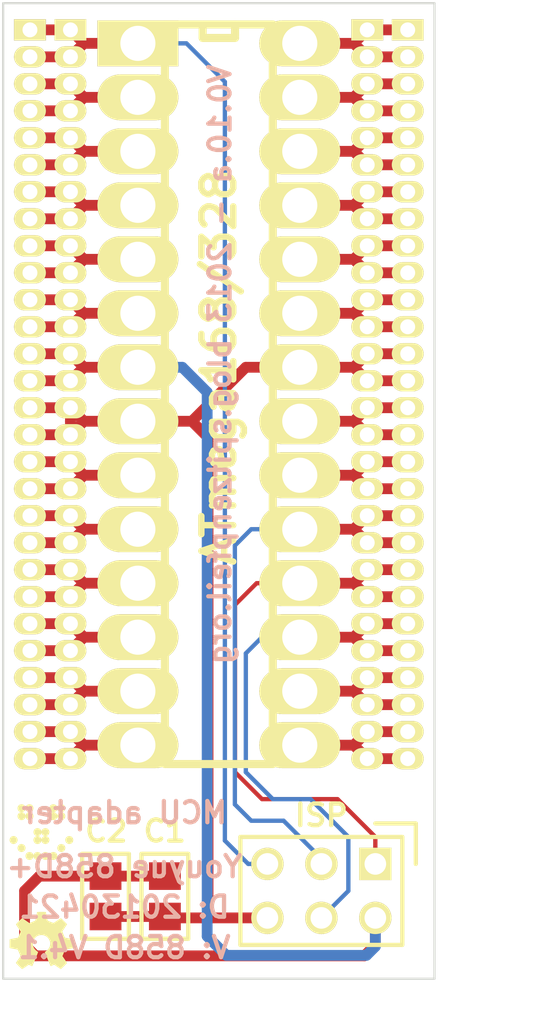
<source format=kicad_pcb>
(kicad_pcb (version 3) (host pcbnew "(2013-12-05 BZR 4523)-product")

  (general
    (links 123)
    (no_connects 0)
    (area 130.861238 57.749999 166 107.800001)
    (thickness 1.6)
    (drawings 12)
    (tracks 193)
    (zones 0)
    (modules 14)
    (nets 28)
  )

  (page A4)
  (title_block
    (title "Youyue 858D+ MCU Adapter")
    (date "06 Dec 2013")
    (rev 0.10.a)
    (company "2013 - blog.spitzenpfeil.org")
  )

  (layers
    (15 F.Cu signal)
    (0 B.Cu signal)
    (16 B.Adhes user hide)
    (17 F.Adhes user hide)
    (18 B.Paste user hide)
    (19 F.Paste user hide)
    (20 B.SilkS user)
    (21 F.SilkS user)
    (22 B.Mask user hide)
    (23 F.Mask user hide)
    (24 Dwgs.User user hide)
    (25 Cmts.User user)
    (26 Eco1.User user hide)
    (27 Eco2.User user hide)
    (28 Edge.Cuts user)
  )

  (setup
    (last_trace_width 0.508)
    (user_trace_width 0.2032)
    (user_trace_width 0.254)
    (user_trace_width 0.3048)
    (trace_clearance 0.254)
    (zone_clearance 0.508)
    (zone_45_only no)
    (trace_min 0.2032)
    (segment_width 0.2)
    (edge_width 0.1)
    (via_size 0.889)
    (via_drill 0.635)
    (via_min_size 0.889)
    (via_min_drill 0.508)
    (uvia_size 0.508)
    (uvia_drill 0.127)
    (uvias_allowed no)
    (uvia_min_size 0.508)
    (uvia_min_drill 0.127)
    (pcb_text_width 0.3)
    (pcb_text_size 1.5 1.5)
    (mod_edge_width 0.381)
    (mod_text_size 1 1)
    (mod_text_width 0.15)
    (pad_size 1 1.5)
    (pad_drill 0.7)
    (pad_to_mask_clearance 0)
    (aux_axis_origin 0 0)
    (visible_elements FFFFF77F)
    (pcbplotparams
      (layerselection 284196865)
      (usegerberextensions true)
      (excludeedgelayer true)
      (linewidth 0.150000)
      (plotframeref false)
      (viasonmask false)
      (mode 1)
      (useauxorigin false)
      (hpglpennumber 1)
      (hpglpenspeed 20)
      (hpglpendiameter 15)
      (hpglpenoverlay 2)
      (psnegative false)
      (psa4output false)
      (plotreference true)
      (plotvalue true)
      (plotothertext true)
      (plotinvisibletext false)
      (padsonsilk false)
      (subtractmaskfromsilk false)
      (outputformat 1)
      (mirror false)
      (drillshape 0)
      (scaleselection 1)
      (outputdirectory gerber_files/))
  )

  (net 0 "")
  (net 1 /GND)
  (net 2 /MISO)
  (net 3 /MOSI)
  (net 4 /RST)
  (net 5 /SCK)
  (net 6 /VCC)
  (net 7 "Net-(P1-Pad10)")
  (net 8 "Net-(P1-Pad11)")
  (net 9 "Net-(P1-Pad12)")
  (net 10 "Net-(P1-Pad13)")
  (net 11 "Net-(P1-Pad14)")
  (net 12 "Net-(P1-Pad15)")
  (net 13 "Net-(P1-Pad16)")
  (net 14 "Net-(P1-Pad2)")
  (net 15 "Net-(P1-Pad20)")
  (net 16 "Net-(P1-Pad21)")
  (net 17 "Net-(P1-Pad23)")
  (net 18 "Net-(P1-Pad24)")
  (net 19 "Net-(P1-Pad25)")
  (net 20 "Net-(P1-Pad26)")
  (net 21 "Net-(P1-Pad27)")
  (net 22 "Net-(P1-Pad28)")
  (net 23 "Net-(P1-Pad3)")
  (net 24 "Net-(P1-Pad4)")
  (net 25 "Net-(P1-Pad5)")
  (net 26 "Net-(P1-Pad6)")
  (net 27 "Net-(P1-Pad9)")

  (net_class Default "This is the default net class."
    (clearance 0.254)
    (trace_width 0.508)
    (via_dia 0.889)
    (via_drill 0.635)
    (uvia_dia 0.508)
    (uvia_drill 0.127)
    (add_net "")
    (add_net /GND)
    (add_net /MISO)
    (add_net /MOSI)
    (add_net /RST)
    (add_net /SCK)
    (add_net /VCC)
    (add_net "Net-(P1-Pad10)")
    (add_net "Net-(P1-Pad11)")
    (add_net "Net-(P1-Pad12)")
    (add_net "Net-(P1-Pad13)")
    (add_net "Net-(P1-Pad14)")
    (add_net "Net-(P1-Pad15)")
    (add_net "Net-(P1-Pad16)")
    (add_net "Net-(P1-Pad2)")
    (add_net "Net-(P1-Pad20)")
    (add_net "Net-(P1-Pad21)")
    (add_net "Net-(P1-Pad23)")
    (add_net "Net-(P1-Pad24)")
    (add_net "Net-(P1-Pad25)")
    (add_net "Net-(P1-Pad26)")
    (add_net "Net-(P1-Pad27)")
    (add_net "Net-(P1-Pad28)")
    (add_net "Net-(P1-Pad3)")
    (add_net "Net-(P1-Pad4)")
    (add_net "Net-(P1-Pad5)")
    (add_net "Net-(P1-Pad6)")
    (add_net "Net-(P1-Pad9)")
  )

  (module DIP-28__300_ELL (layer F.Cu) (tedit 52A21AED) (tstamp 52A1D974)
    (at 146.05 76.2 270)
    (descr "28 pins DIL package, elliptical pads, width 300mil")
    (tags DIL)
    (path /52A1DA08)
    (fp_text reference P1 (at -11.43 0 270) (layer F.SilkS) hide
      (effects (font (size 1.524 1.143) (thickness 0.28575)))
    )
    (fp_text value MADW__DIL28 (at 6.985 0 270) (layer F.SilkS) hide
      (effects (font (size 1.524 1.143) (thickness 0.28575)))
    )
    (fp_line (start -17.399 -0.762) (end -16.764 -0.762) (layer F.SilkS) (width 0.381))
    (fp_line (start -16.764 -0.762) (end -16.764 0.762) (layer F.SilkS) (width 0.381))
    (fp_line (start -16.764 0.762) (end -17.399 0.762) (layer F.SilkS) (width 0.381))
    (fp_line (start 17.399 2.54) (end -17.399 2.54) (layer F.SilkS) (width 0.381))
    (fp_line (start -17.399 -2.54) (end 17.399 -2.54) (layer F.SilkS) (width 0.381))
    (fp_line (start 17.399 -2.54) (end 17.399 2.54) (layer F.SilkS) (width 0.381))
    (fp_line (start -17.399 -2.54) (end -17.399 2.54) (layer F.SilkS) (width 0.381))
    (pad 2 thru_hole oval (at -13.97 3.81 270) (size 2.159 3.81) (drill 1.651) (layers *.Cu *.Mask F.SilkS)
      (net 14 "Net-(P1-Pad2)"))
    (pad 3 thru_hole oval (at -11.43 3.81 270) (size 2.159 3.81) (drill 1.651) (layers *.Cu *.Mask F.SilkS)
      (net 23 "Net-(P1-Pad3)"))
    (pad 4 thru_hole oval (at -8.89 3.81 270) (size 2.159 3.81) (drill 1.651) (layers *.Cu *.Mask F.SilkS)
      (net 24 "Net-(P1-Pad4)"))
    (pad 5 thru_hole oval (at -6.35 3.81 270) (size 2.159 3.81) (drill 1.651) (layers *.Cu *.Mask F.SilkS)
      (net 25 "Net-(P1-Pad5)"))
    (pad 6 thru_hole oval (at -3.81 3.81 270) (size 2.159 3.81) (drill 1.651) (layers *.Cu *.Mask F.SilkS)
      (net 26 "Net-(P1-Pad6)"))
    (pad 7 thru_hole oval (at -1.27 3.81 270) (size 2.159 3.81) (drill 1.651) (layers *.Cu *.Mask F.SilkS)
      (net 6 /VCC))
    (pad 8 thru_hole oval (at 1.27 3.81 270) (size 2.159 3.81) (drill 1.651) (layers *.Cu *.Mask F.SilkS)
      (net 1 /GND))
    (pad 9 thru_hole oval (at 3.81 3.81 270) (size 2.159 3.81) (drill 1.651) (layers *.Cu *.Mask F.SilkS)
      (net 27 "Net-(P1-Pad9)"))
    (pad 10 thru_hole oval (at 6.35 3.81 270) (size 2.159 3.81) (drill 1.651) (layers *.Cu *.Mask F.SilkS)
      (net 7 "Net-(P1-Pad10)"))
    (pad 11 thru_hole oval (at 8.89 3.81 270) (size 2.159 3.81) (drill 1.651) (layers *.Cu *.Mask F.SilkS)
      (net 8 "Net-(P1-Pad11)"))
    (pad 12 thru_hole oval (at 11.43 3.81 270) (size 2.159 3.81) (drill 1.651) (layers *.Cu *.Mask F.SilkS)
      (net 9 "Net-(P1-Pad12)"))
    (pad 13 thru_hole oval (at 13.97 3.81 270) (size 2.159 3.81) (drill 1.651) (layers *.Cu *.Mask F.SilkS)
      (net 10 "Net-(P1-Pad13)"))
    (pad 14 thru_hole oval (at 16.51 3.81 270) (size 2.159 3.81) (drill 1.651) (layers *.Cu *.Mask F.SilkS)
      (net 11 "Net-(P1-Pad14)"))
    (pad 1 thru_hole rect (at -16.51 3.81 270) (size 2.159 3.81) (drill 1.651) (layers *.Cu *.Mask F.SilkS)
      (net 4 /RST))
    (pad 15 thru_hole oval (at 16.51 -3.81 270) (size 2.159 3.81) (drill 1.651) (layers *.Cu *.Mask F.SilkS)
      (net 12 "Net-(P1-Pad15)"))
    (pad 16 thru_hole oval (at 13.97 -3.81 270) (size 2.159 3.81) (drill 1.651) (layers *.Cu *.Mask F.SilkS)
      (net 13 "Net-(P1-Pad16)"))
    (pad 17 thru_hole oval (at 11.43 -3.81 270) (size 2.159 3.81) (drill 1.651) (layers *.Cu *.Mask F.SilkS)
      (net 3 /MOSI))
    (pad 18 thru_hole oval (at 8.89 -3.81 270) (size 2.159 3.81) (drill 1.651) (layers *.Cu *.Mask F.SilkS)
      (net 2 /MISO))
    (pad 19 thru_hole oval (at 6.35 -3.81 270) (size 2.159 3.81) (drill 1.651) (layers *.Cu *.Mask F.SilkS)
      (net 5 /SCK))
    (pad 20 thru_hole oval (at 3.81 -3.81 270) (size 2.159 3.81) (drill 1.651) (layers *.Cu *.Mask F.SilkS)
      (net 15 "Net-(P1-Pad20)"))
    (pad 21 thru_hole oval (at 1.27 -3.81 270) (size 2.159 3.81) (drill 1.651) (layers *.Cu *.Mask F.SilkS)
      (net 16 "Net-(P1-Pad21)"))
    (pad 22 thru_hole oval (at -1.27 -3.81 270) (size 2.159 3.81) (drill 1.651) (layers *.Cu *.Mask F.SilkS)
      (net 1 /GND))
    (pad 23 thru_hole oval (at -3.81 -3.81 270) (size 2.159 3.81) (drill 1.651) (layers *.Cu *.Mask F.SilkS)
      (net 17 "Net-(P1-Pad23)"))
    (pad 24 thru_hole oval (at -6.35 -3.81 270) (size 2.159 3.81) (drill 1.651) (layers *.Cu *.Mask F.SilkS)
      (net 18 "Net-(P1-Pad24)"))
    (pad 25 thru_hole oval (at -8.89 -3.81 270) (size 2.159 3.81) (drill 1.651) (layers *.Cu *.Mask F.SilkS)
      (net 19 "Net-(P1-Pad25)"))
    (pad 26 thru_hole oval (at -11.43 -3.81 270) (size 2.159 3.81) (drill 1.651) (layers *.Cu *.Mask F.SilkS)
      (net 20 "Net-(P1-Pad26)"))
    (pad 27 thru_hole oval (at -13.97 -3.81 270) (size 2.159 3.81) (drill 1.651) (layers *.Cu *.Mask F.SilkS)
      (net 21 "Net-(P1-Pad27)"))
    (pad 28 thru_hole oval (at -16.51 -3.81 270) (size 2.159 3.81) (drill 1.651) (layers *.Cu *.Mask F.SilkS)
      (net 22 "Net-(P1-Pad28)"))
    (model dil/dil_28-w300.wrl
      (at (xyz 0 0 0))
      (scale (xyz 1 1 1))
      (rotate (xyz 0 0 0))
    )
  )

  (module MADW__SIL-14-1.27mm (layer F.Cu) (tedit 52A215C2) (tstamp 52A22450)
    (at 137.16 85.09 270)
    (path /52A21223)
    (fp_text reference P5 (at 0 -2.54 270) (layer F.SilkS) hide
      (effects (font (size 1 1) (thickness 0.2)))
    )
    (fp_text value CONN_14 (at 0 2.54 270) (layer F.SilkS) hide
      (effects (font (size 1 1) (thickness 0.2)))
    )
    (pad 14 thru_hole oval (at 8.255 0 270) (size 1 1.5) (drill 0.7) (layers *.Cu *.Mask F.SilkS)
      (net 11 "Net-(P1-Pad14)"))
    (pad 13 thru_hole oval (at 6.985 0 270) (size 1 1.5) (drill 0.7) (layers *.Cu *.Mask F.SilkS)
      (net 11 "Net-(P1-Pad14)"))
    (pad 12 thru_hole oval (at 5.715 0 270) (size 1 1.5) (drill 0.7) (layers *.Cu *.Mask F.SilkS)
      (net 10 "Net-(P1-Pad13)"))
    (pad 11 thru_hole oval (at 4.445 0 270) (size 1 1.5) (drill 0.7) (layers *.Cu *.Mask F.SilkS)
      (net 10 "Net-(P1-Pad13)"))
    (pad 10 thru_hole oval (at 3.175 0 270) (size 1 1.5) (drill 0.7) (layers *.Cu *.Mask F.SilkS)
      (net 9 "Net-(P1-Pad12)"))
    (pad 9 thru_hole oval (at 1.905 0 270) (size 1 1.5) (drill 0.7) (layers *.Cu *.Mask F.Paste F.SilkS)
      (net 9 "Net-(P1-Pad12)"))
    (pad 8 thru_hole oval (at 0.635 0 270) (size 1 1.5) (drill 0.7) (layers *.Cu *.Mask F.SilkS)
      (net 8 "Net-(P1-Pad11)"))
    (pad 1 thru_hole oval (at -8.255 0 270) (size 1 1.5) (drill 0.7) (layers *.Cu *.Mask F.SilkS)
      (net 1 /GND))
    (pad 2 thru_hole oval (at -6.985 0 270) (size 1 1.5) (drill 0.7) (layers *.Cu *.Mask F.SilkS)
      (net 1 /GND))
    (pad 3 thru_hole oval (at -5.715 0 270) (size 1 1.5) (drill 0.7) (layers *.Cu *.Mask F.SilkS)
      (net 27 "Net-(P1-Pad9)"))
    (pad 4 thru_hole oval (at -4.445 0 270) (size 1 1.5) (drill 0.7) (layers *.Cu *.Mask F.SilkS)
      (net 27 "Net-(P1-Pad9)"))
    (pad 5 thru_hole oval (at -3.175 0 270) (size 1 1.5) (drill 0.7) (layers *.Cu *.Mask F.SilkS)
      (net 7 "Net-(P1-Pad10)"))
    (pad 6 thru_hole oval (at -1.905 0 270) (size 1 1.5) (drill 0.7) (layers *.Cu *.Mask F.SilkS)
      (net 7 "Net-(P1-Pad10)"))
    (pad 7 thru_hole oval (at -0.635 0 270) (size 1 1.5) (drill 0.7) (layers *.Cu *.Mask F.SilkS)
      (net 8 "Net-(P1-Pad11)"))
  )

  (module MADW__SIL-14-1.27mm (layer F.Cu) (tedit 52A2143A) (tstamp 52A22104)
    (at 153.035 85.09 270)
    (path /52A207DA)
    (fp_text reference P9 (at 0 -2.54 270) (layer F.SilkS) hide
      (effects (font (size 1 1) (thickness 0.2)))
    )
    (fp_text value CONN_14 (at 0 2.54 270) (layer F.SilkS) hide
      (effects (font (size 1 1) (thickness 0.2)))
    )
    (pad 14 thru_hole oval (at 8.255 0 270) (size 1 1.5) (drill 0.7) (layers *.Cu *.Mask F.SilkS)
      (net 12 "Net-(P1-Pad15)"))
    (pad 13 thru_hole oval (at 6.985 0 270) (size 1 1.5) (drill 0.7) (layers *.Cu *.Mask F.SilkS)
      (net 12 "Net-(P1-Pad15)"))
    (pad 12 thru_hole oval (at 5.715 0 270) (size 1 1.5) (drill 0.7) (layers *.Cu *.Mask F.SilkS)
      (net 13 "Net-(P1-Pad16)"))
    (pad 11 thru_hole oval (at 4.445 0 270) (size 1 1.5) (drill 0.7) (layers *.Cu *.Mask F.SilkS)
      (net 13 "Net-(P1-Pad16)"))
    (pad 10 thru_hole oval (at 3.175 0 270) (size 1 1.5) (drill 0.7) (layers *.Cu *.Mask F.SilkS)
      (net 3 /MOSI))
    (pad 9 thru_hole oval (at 1.905 0 270) (size 1 1.5) (drill 0.7) (layers *.Cu *.Mask F.Paste F.SilkS)
      (net 3 /MOSI))
    (pad 8 thru_hole oval (at 0.635 0 270) (size 1 1.5) (drill 0.7) (layers *.Cu *.Mask F.SilkS)
      (net 2 /MISO))
    (pad 1 thru_hole oval (at -8.255 0 270) (size 1 1.5) (drill 0.7) (layers *.Cu *.Mask F.SilkS)
      (net 16 "Net-(P1-Pad21)"))
    (pad 2 thru_hole oval (at -6.985 0 270) (size 1 1.5) (drill 0.7) (layers *.Cu *.Mask F.SilkS)
      (net 16 "Net-(P1-Pad21)"))
    (pad 3 thru_hole oval (at -5.715 0 270) (size 1 1.5) (drill 0.7) (layers *.Cu *.Mask F.SilkS)
      (net 15 "Net-(P1-Pad20)"))
    (pad 4 thru_hole oval (at -4.445 0 270) (size 1 1.5) (drill 0.7) (layers *.Cu *.Mask F.SilkS)
      (net 15 "Net-(P1-Pad20)"))
    (pad 5 thru_hole oval (at -3.175 0 270) (size 1 1.5) (drill 0.7) (layers *.Cu *.Mask F.SilkS)
      (net 5 /SCK))
    (pad 6 thru_hole oval (at -1.905 0 270) (size 1 1.5) (drill 0.7) (layers *.Cu *.Mask F.SilkS)
      (net 5 /SCK))
    (pad 7 thru_hole oval (at -0.635 0 270) (size 1 1.5) (drill 0.7) (layers *.Cu *.Mask F.SilkS)
      (net 2 /MISO))
  )

  (module MADW__SIL-14-1.27mm (layer F.Cu) (tedit 52A21495) (tstamp 52A22115)
    (at 139.065 67.31 270)
    (path /52A1DAE7)
    (fp_text reference P2 (at 0 -2.54 270) (layer F.SilkS) hide
      (effects (font (size 1 1) (thickness 0.2)))
    )
    (fp_text value CONN_14 (at 0 2.54 270) (layer F.SilkS) hide
      (effects (font (size 1 1) (thickness 0.2)))
    )
    (pad 14 thru_hole oval (at 8.255 0 270) (size 1 1.5) (drill 0.7) (layers *.Cu *.Mask F.SilkS)
      (net 6 /VCC))
    (pad 13 thru_hole oval (at 6.985 0 270) (size 1 1.5) (drill 0.7) (layers *.Cu *.Mask F.SilkS)
      (net 6 /VCC))
    (pad 12 thru_hole oval (at 5.715 0 270) (size 1 1.5) (drill 0.7) (layers *.Cu *.Mask F.SilkS)
      (net 26 "Net-(P1-Pad6)"))
    (pad 11 thru_hole oval (at 4.445 0 270) (size 1 1.5) (drill 0.7) (layers *.Cu *.Mask F.SilkS)
      (net 26 "Net-(P1-Pad6)"))
    (pad 10 thru_hole oval (at 3.175 0 270) (size 1 1.5) (drill 0.7) (layers *.Cu *.Mask F.SilkS)
      (net 25 "Net-(P1-Pad5)"))
    (pad 9 thru_hole oval (at 1.905 0 270) (size 1 1.5) (drill 0.7) (layers *.Cu *.Mask F.Paste F.SilkS)
      (net 25 "Net-(P1-Pad5)"))
    (pad 8 thru_hole oval (at 0.635 0 270) (size 1 1.5) (drill 0.7) (layers *.Cu *.Mask F.SilkS)
      (net 24 "Net-(P1-Pad4)"))
    (pad 1 thru_hole rect (at -8.255 0 270) (size 1 1.5) (drill 0.7) (layers *.Cu *.Mask F.SilkS)
      (net 4 /RST))
    (pad 2 thru_hole oval (at -6.985 0 270) (size 1 1.5) (drill 0.7) (layers *.Cu *.Mask F.SilkS)
      (net 4 /RST))
    (pad 3 thru_hole oval (at -5.715 0 270) (size 1 1.5) (drill 0.7) (layers *.Cu *.Mask F.SilkS)
      (net 14 "Net-(P1-Pad2)"))
    (pad 4 thru_hole oval (at -4.445 0 270) (size 1 1.5) (drill 0.7) (layers *.Cu *.Mask F.SilkS)
      (net 14 "Net-(P1-Pad2)"))
    (pad 5 thru_hole oval (at -3.175 0 270) (size 1 1.5) (drill 0.7) (layers *.Cu *.Mask F.SilkS)
      (net 23 "Net-(P1-Pad3)"))
    (pad 6 thru_hole oval (at -1.905 0 270) (size 1 1.5) (drill 0.7) (layers *.Cu *.Mask F.SilkS)
      (net 23 "Net-(P1-Pad3)"))
    (pad 7 thru_hole oval (at -0.635 0 270) (size 1 1.5) (drill 0.7) (layers *.Cu *.Mask F.SilkS)
      (net 24 "Net-(P1-Pad4)"))
  )

  (module MADW__SIL-14-1.27mm (layer F.Cu) (tedit 52A214A8) (tstamp 52A220F3)
    (at 139.065 85.09 270)
    (path /52A1DAC1)
    (fp_text reference P4 (at 0 -2.54 270) (layer F.SilkS) hide
      (effects (font (size 1 1) (thickness 0.2)))
    )
    (fp_text value CONN_14 (at 0 2.54 270) (layer F.SilkS) hide
      (effects (font (size 1 1) (thickness 0.2)))
    )
    (pad 14 thru_hole oval (at 8.255 0 270) (size 1 1.5) (drill 0.7) (layers *.Cu *.Mask F.SilkS)
      (net 11 "Net-(P1-Pad14)"))
    (pad 13 thru_hole oval (at 6.985 0 270) (size 1 1.5) (drill 0.7) (layers *.Cu *.Mask F.SilkS)
      (net 11 "Net-(P1-Pad14)"))
    (pad 12 thru_hole oval (at 5.715 0 270) (size 1 1.5) (drill 0.7) (layers *.Cu *.Mask F.SilkS)
      (net 10 "Net-(P1-Pad13)"))
    (pad 11 thru_hole oval (at 4.445 0 270) (size 1 1.5) (drill 0.7) (layers *.Cu *.Mask F.SilkS)
      (net 10 "Net-(P1-Pad13)"))
    (pad 10 thru_hole oval (at 3.175 0 270) (size 1 1.5) (drill 0.7) (layers *.Cu *.Mask F.SilkS)
      (net 9 "Net-(P1-Pad12)"))
    (pad 9 thru_hole oval (at 1.905 0 270) (size 1 1.5) (drill 0.7) (layers *.Cu *.Mask F.Paste F.SilkS)
      (net 9 "Net-(P1-Pad12)"))
    (pad 8 thru_hole oval (at 0.635 0 270) (size 1 1.5) (drill 0.7) (layers *.Cu *.Mask F.SilkS)
      (net 8 "Net-(P1-Pad11)"))
    (pad 1 thru_hole oval (at -8.255 0 270) (size 1 1.5) (drill 0.7) (layers *.Cu *.Mask F.SilkS)
      (net 1 /GND))
    (pad 2 thru_hole oval (at -6.985 0 270) (size 1 1.5) (drill 0.7) (layers *.Cu *.Mask F.SilkS)
      (net 1 /GND))
    (pad 3 thru_hole oval (at -5.715 0 270) (size 1 1.5) (drill 0.7) (layers *.Cu *.Mask F.SilkS)
      (net 27 "Net-(P1-Pad9)"))
    (pad 4 thru_hole oval (at -4.445 0 270) (size 1 1.5) (drill 0.7) (layers *.Cu *.Mask F.SilkS)
      (net 27 "Net-(P1-Pad9)"))
    (pad 5 thru_hole oval (at -3.175 0 270) (size 1 1.5) (drill 0.7) (layers *.Cu *.Mask F.SilkS)
      (net 7 "Net-(P1-Pad10)"))
    (pad 6 thru_hole oval (at -1.905 0 270) (size 1 1.5) (drill 0.7) (layers *.Cu *.Mask F.SilkS)
      (net 7 "Net-(P1-Pad10)"))
    (pad 7 thru_hole oval (at -0.635 0 270) (size 1 1.5) (drill 0.7) (layers *.Cu *.Mask F.SilkS)
      (net 8 "Net-(P1-Pad11)"))
  )

  (module MADW__SIL-14-1.27mm (layer F.Cu) (tedit 52A21433) (tstamp 52A20B22)
    (at 154.94 85.09 270)
    (path /52A2124B)
    (fp_text reference P8 (at 0 -2.54 270) (layer F.SilkS) hide
      (effects (font (size 1 1) (thickness 0.2)))
    )
    (fp_text value CONN_14 (at 0 2.54 270) (layer F.SilkS) hide
      (effects (font (size 1 1) (thickness 0.2)))
    )
    (pad 14 thru_hole oval (at 8.255 0 270) (size 1 1.5) (drill 0.7) (layers *.Cu *.Mask F.SilkS)
      (net 12 "Net-(P1-Pad15)"))
    (pad 13 thru_hole oval (at 6.985 0 270) (size 1 1.5) (drill 0.7) (layers *.Cu *.Mask F.SilkS)
      (net 12 "Net-(P1-Pad15)"))
    (pad 12 thru_hole oval (at 5.715 0 270) (size 1 1.5) (drill 0.7) (layers *.Cu *.Mask F.SilkS)
      (net 13 "Net-(P1-Pad16)"))
    (pad 11 thru_hole oval (at 4.445 0 270) (size 1 1.5) (drill 0.7) (layers *.Cu *.Mask F.SilkS)
      (net 13 "Net-(P1-Pad16)"))
    (pad 10 thru_hole oval (at 3.175 0 270) (size 1 1.5) (drill 0.7) (layers *.Cu *.Mask F.SilkS)
      (net 3 /MOSI))
    (pad 9 thru_hole oval (at 1.905 0 270) (size 1 1.5) (drill 0.7) (layers *.Cu *.Mask F.Paste F.SilkS)
      (net 3 /MOSI))
    (pad 8 thru_hole oval (at 0.635 0 270) (size 1 1.5) (drill 0.7) (layers *.Cu *.Mask F.SilkS)
      (net 2 /MISO))
    (pad 1 thru_hole oval (at -8.255 0 270) (size 1 1.5) (drill 0.7) (layers *.Cu *.Mask F.SilkS)
      (net 16 "Net-(P1-Pad21)"))
    (pad 2 thru_hole oval (at -6.985 0 270) (size 1 1.5) (drill 0.7) (layers *.Cu *.Mask F.SilkS)
      (net 16 "Net-(P1-Pad21)"))
    (pad 3 thru_hole oval (at -5.715 0 270) (size 1 1.5) (drill 0.7) (layers *.Cu *.Mask F.SilkS)
      (net 15 "Net-(P1-Pad20)"))
    (pad 4 thru_hole oval (at -4.445 0 270) (size 1 1.5) (drill 0.7) (layers *.Cu *.Mask F.SilkS)
      (net 15 "Net-(P1-Pad20)"))
    (pad 5 thru_hole oval (at -3.175 0 270) (size 1 1.5) (drill 0.7) (layers *.Cu *.Mask F.SilkS)
      (net 5 /SCK))
    (pad 6 thru_hole oval (at -1.905 0 270) (size 1 1.5) (drill 0.7) (layers *.Cu *.Mask F.SilkS)
      (net 5 /SCK))
    (pad 7 thru_hole oval (at -0.635 0 270) (size 1 1.5) (drill 0.7) (layers *.Cu *.Mask F.SilkS)
      (net 2 /MISO))
  )

  (module MADW__SIL-14-1.27mm (layer F.Cu) (tedit 52A21423) (tstamp 52A20B0C)
    (at 154.94 67.31 270)
    (path /52A21237)
    (fp_text reference P6 (at 0 -2.54 270) (layer F.SilkS) hide
      (effects (font (size 1 1) (thickness 0.2)))
    )
    (fp_text value CONN_14 (at 0 2.54 270) (layer F.SilkS) hide
      (effects (font (size 1 1) (thickness 0.2)))
    )
    (pad 14 thru_hole oval (at 8.255 0 270) (size 1 1.5) (drill 0.7) (layers *.Cu *.Mask F.SilkS)
      (net 1 /GND))
    (pad 13 thru_hole oval (at 6.985 0 270) (size 1 1.5) (drill 0.7) (layers *.Cu *.Mask F.SilkS)
      (net 1 /GND))
    (pad 12 thru_hole oval (at 5.715 0 270) (size 1 1.5) (drill 0.7) (layers *.Cu *.Mask F.SilkS)
      (net 17 "Net-(P1-Pad23)"))
    (pad 11 thru_hole oval (at 4.445 0 270) (size 1 1.5) (drill 0.7) (layers *.Cu *.Mask F.SilkS)
      (net 17 "Net-(P1-Pad23)"))
    (pad 10 thru_hole oval (at 3.175 0 270) (size 1 1.5) (drill 0.7) (layers *.Cu *.Mask F.SilkS)
      (net 18 "Net-(P1-Pad24)"))
    (pad 9 thru_hole oval (at 1.905 0 270) (size 1 1.5) (drill 0.7) (layers *.Cu *.Mask F.Paste F.SilkS)
      (net 18 "Net-(P1-Pad24)"))
    (pad 8 thru_hole oval (at 0.635 0 270) (size 1 1.5) (drill 0.7) (layers *.Cu *.Mask F.SilkS)
      (net 19 "Net-(P1-Pad25)"))
    (pad 1 thru_hole rect (at -8.255 0 270) (size 1 1.5) (drill 0.7) (layers *.Cu *.Mask F.SilkS)
      (net 22 "Net-(P1-Pad28)"))
    (pad 2 thru_hole oval (at -6.985 0 270) (size 1 1.5) (drill 0.7) (layers *.Cu *.Mask F.SilkS)
      (net 22 "Net-(P1-Pad28)"))
    (pad 3 thru_hole oval (at -5.715 0 270) (size 1 1.5) (drill 0.7) (layers *.Cu *.Mask F.SilkS)
      (net 21 "Net-(P1-Pad27)"))
    (pad 4 thru_hole oval (at -4.445 0 270) (size 1 1.5) (drill 0.7) (layers *.Cu *.Mask F.SilkS)
      (net 21 "Net-(P1-Pad27)"))
    (pad 5 thru_hole oval (at -3.175 0 270) (size 1 1.5) (drill 0.7) (layers *.Cu *.Mask F.SilkS)
      (net 20 "Net-(P1-Pad26)"))
    (pad 6 thru_hole oval (at -1.905 0 270) (size 1 1.5) (drill 0.7) (layers *.Cu *.Mask F.SilkS)
      (net 20 "Net-(P1-Pad26)"))
    (pad 7 thru_hole oval (at -0.635 0 270) (size 1 1.5) (drill 0.7) (layers *.Cu *.Mask F.SilkS)
      (net 19 "Net-(P1-Pad25)"))
  )

  (module MADW__SIL-14-1.27mm (layer F.Cu) (tedit 52A2142A) (tstamp 52A21984)
    (at 153.035 67.31 270)
    (path /52A207E8)
    (fp_text reference P7 (at 0 -2.54 270) (layer F.SilkS) hide
      (effects (font (size 1 1) (thickness 0.2)))
    )
    (fp_text value CONN_14 (at 0 2.54 270) (layer F.SilkS) hide
      (effects (font (size 1 1) (thickness 0.2)))
    )
    (pad 14 thru_hole oval (at 8.255 0 270) (size 1 1.5) (drill 0.7) (layers *.Cu *.Mask F.SilkS)
      (net 1 /GND))
    (pad 13 thru_hole oval (at 6.985 0 270) (size 1 1.5) (drill 0.7) (layers *.Cu *.Mask F.SilkS)
      (net 1 /GND))
    (pad 12 thru_hole oval (at 5.715 0 270) (size 1 1.5) (drill 0.7) (layers *.Cu *.Mask F.SilkS)
      (net 17 "Net-(P1-Pad23)"))
    (pad 11 thru_hole oval (at 4.445 0 270) (size 1 1.5) (drill 0.7) (layers *.Cu *.Mask F.SilkS)
      (net 17 "Net-(P1-Pad23)"))
    (pad 10 thru_hole oval (at 3.175 0 270) (size 1 1.5) (drill 0.7) (layers *.Cu *.Mask F.SilkS)
      (net 18 "Net-(P1-Pad24)"))
    (pad 9 thru_hole oval (at 1.905 0 270) (size 1 1.5) (drill 0.7) (layers *.Cu *.Mask F.Paste F.SilkS)
      (net 18 "Net-(P1-Pad24)"))
    (pad 8 thru_hole oval (at 0.635 0 270) (size 1 1.5) (drill 0.7) (layers *.Cu *.Mask F.SilkS)
      (net 19 "Net-(P1-Pad25)"))
    (pad 1 thru_hole rect (at -8.255 0 270) (size 1 1.5) (drill 0.7) (layers *.Cu *.Mask F.SilkS)
      (net 22 "Net-(P1-Pad28)"))
    (pad 2 thru_hole oval (at -6.985 0 270) (size 1 1.5) (drill 0.7) (layers *.Cu *.Mask F.SilkS)
      (net 22 "Net-(P1-Pad28)"))
    (pad 3 thru_hole oval (at -5.715 0 270) (size 1 1.5) (drill 0.7) (layers *.Cu *.Mask F.SilkS)
      (net 21 "Net-(P1-Pad27)"))
    (pad 4 thru_hole oval (at -4.445 0 270) (size 1 1.5) (drill 0.7) (layers *.Cu *.Mask F.SilkS)
      (net 21 "Net-(P1-Pad27)"))
    (pad 5 thru_hole oval (at -3.175 0 270) (size 1 1.5) (drill 0.7) (layers *.Cu *.Mask F.SilkS)
      (net 20 "Net-(P1-Pad26)"))
    (pad 6 thru_hole oval (at -1.905 0 270) (size 1 1.5) (drill 0.7) (layers *.Cu *.Mask F.SilkS)
      (net 20 "Net-(P1-Pad26)"))
    (pad 7 thru_hole oval (at -0.635 0 270) (size 1 1.5) (drill 0.7) (layers *.Cu *.Mask F.SilkS)
      (net 19 "Net-(P1-Pad25)"))
  )

  (module MADW__SIL-14-1.27mm (layer F.Cu) (tedit 52A2149D) (tstamp 52A20AE0)
    (at 137.16 67.31 270)
    (path /52A21205)
    (fp_text reference P3 (at 0 -2.54 270) (layer F.SilkS) hide
      (effects (font (size 1 1) (thickness 0.2)))
    )
    (fp_text value CONN_14 (at 0 2.54 270) (layer F.SilkS) hide
      (effects (font (size 1 1) (thickness 0.2)))
    )
    (pad 14 thru_hole oval (at 8.255 0 270) (size 1 1.5) (drill 0.7) (layers *.Cu *.Mask F.SilkS)
      (net 6 /VCC))
    (pad 13 thru_hole oval (at 6.985 0 270) (size 1 1.5) (drill 0.7) (layers *.Cu *.Mask F.SilkS)
      (net 6 /VCC))
    (pad 12 thru_hole oval (at 5.715 0 270) (size 1 1.5) (drill 0.7) (layers *.Cu *.Mask F.SilkS)
      (net 26 "Net-(P1-Pad6)"))
    (pad 11 thru_hole oval (at 4.445 0 270) (size 1 1.5) (drill 0.7) (layers *.Cu *.Mask F.SilkS)
      (net 26 "Net-(P1-Pad6)"))
    (pad 10 thru_hole oval (at 3.175 0 270) (size 1 1.5) (drill 0.7) (layers *.Cu *.Mask F.SilkS)
      (net 25 "Net-(P1-Pad5)"))
    (pad 9 thru_hole oval (at 1.905 0 270) (size 1 1.5) (drill 0.7) (layers *.Cu *.Mask F.Paste F.SilkS)
      (net 25 "Net-(P1-Pad5)"))
    (pad 8 thru_hole oval (at 0.635 0 270) (size 1 1.5) (drill 0.7) (layers *.Cu *.Mask F.SilkS)
      (net 24 "Net-(P1-Pad4)"))
    (pad 1 thru_hole rect (at -8.255 0 270) (size 1 1.5) (drill 0.7) (layers *.Cu *.Mask F.SilkS)
      (net 4 /RST))
    (pad 2 thru_hole oval (at -6.985 0 270) (size 1 1.5) (drill 0.7) (layers *.Cu *.Mask F.SilkS)
      (net 4 /RST))
    (pad 3 thru_hole oval (at -5.715 0 270) (size 1 1.5) (drill 0.7) (layers *.Cu *.Mask F.SilkS)
      (net 14 "Net-(P1-Pad2)"))
    (pad 4 thru_hole oval (at -4.445 0 270) (size 1 1.5) (drill 0.7) (layers *.Cu *.Mask F.SilkS)
      (net 14 "Net-(P1-Pad2)"))
    (pad 5 thru_hole oval (at -3.175 0 270) (size 1 1.5) (drill 0.7) (layers *.Cu *.Mask F.SilkS)
      (net 23 "Net-(P1-Pad3)"))
    (pad 6 thru_hole oval (at -1.905 0 270) (size 1 1.5) (drill 0.7) (layers *.Cu *.Mask F.SilkS)
      (net 23 "Net-(P1-Pad3)"))
    (pad 7 thru_hole oval (at -0.635 0 270) (size 1 1.5) (drill 0.7) (layers *.Cu *.Mask F.SilkS)
      (net 24 "Net-(P1-Pad4)"))
  )

  (module pin_array_3x2 (layer F.Cu) (tedit 52A1ECDC) (tstamp 52A26A27)
    (at 150.876 99.568 180)
    (descr "Double rangee de contacts 2 x 4 pins")
    (tags CONN)
    (path /52A1DA21)
    (fp_text reference JP1 (at 0 -3.81 180) (layer F.SilkS) hide
      (effects (font (size 1.016 1.016) (thickness 0.2032)))
    )
    (fp_text value ISP (at 0 3.556 360) (layer F.SilkS)
      (effects (font (size 1.016 1.016) (thickness 0.2032)))
    )
    (fp_line (start -4.445 1.27) (end -4.445 3.175) (layer F.SilkS) (width 0.2))
    (fp_line (start -4.445 3.175) (end -2.54 3.175) (layer F.SilkS) (width 0.2))
    (fp_line (start 3.81 2.54) (end -3.81 2.54) (layer F.SilkS) (width 0.2))
    (fp_line (start -3.81 -2.54) (end 3.81 -2.54) (layer F.SilkS) (width 0.2))
    (fp_line (start 3.81 -2.54) (end 3.81 2.54) (layer F.SilkS) (width 0.2))
    (fp_line (start -3.81 2.54) (end -3.81 -2.54) (layer F.SilkS) (width 0.2))
    (pad 1 thru_hole rect (at -2.54 1.27 180) (size 1.524 1.524) (drill 1.016) (layers *.Cu *.Mask F.SilkS)
      (net 2 /MISO))
    (pad 2 thru_hole circle (at -2.54 -1.27 180) (size 1.524 1.524) (drill 1.016) (layers *.Cu *.Mask F.SilkS)
      (net 6 /VCC))
    (pad 3 thru_hole circle (at 0 1.27 180) (size 1.524 1.524) (drill 1.016) (layers *.Cu *.Mask F.SilkS)
      (net 5 /SCK))
    (pad 4 thru_hole circle (at 0 -1.27 180) (size 1.524 1.524) (drill 1.016) (layers *.Cu *.Mask F.SilkS)
      (net 3 /MOSI))
    (pad 5 thru_hole circle (at 2.54 1.27 180) (size 1.524 1.524) (drill 1.016) (layers *.Cu *.Mask F.SilkS)
      (net 4 /RST))
    (pad 6 thru_hole circle (at 2.54 -1.27 180) (size 1.524 1.524) (drill 1.016) (layers *.Cu *.Mask F.SilkS)
      (net 1 /GND))
    (model pin_array/pins_array_3x2.wrl
      (at (xyz 0 0 0))
      (scale (xyz 1 1 1))
      (rotate (xyz 0 0 0))
    )
  )

  (module MADW__C0805 (layer F.Cu) (tedit 52A1ECB7) (tstamp 52A1E4CE)
    (at 140.716 99.822 270)
    (descr CAPACITOR)
    (tags CAPACITOR)
    (path /52A1E31B)
    (attr smd)
    (fp_text reference C2 (at -3.072 -0.034 360) (layer F.SilkS)
      (effects (font (size 1 1) (thickness 0.2)))
    )
    (fp_text value 10µF (at 0 2.2 270) (layer F.SilkS) hide
      (effects (font (size 1 1) (thickness 0.2)))
    )
    (fp_line (start 2 -1.1) (end -2 -1.1) (layer F.SilkS) (width 0.2))
    (fp_line (start 2 -1.1) (end 2 1.1) (layer F.SilkS) (width 0.2))
    (fp_line (start 2 1.1) (end -2 1.1) (layer F.SilkS) (width 0.2))
    (fp_line (start -2 1.1) (end -2 -1.1) (layer F.SilkS) (width 0.2))
    (fp_line (start 0.2 -0.4) (end 0.2 0.4) (layer Dwgs.User) (width 0.1))
    (fp_line (start -0.2 -0.4) (end -0.2 0.4) (layer Dwgs.User) (width 0.1))
    (fp_line (start -0.2 0) (end -0.6 0) (layer Dwgs.User) (width 0.1))
    (fp_line (start 0.2 0) (end 0.6 0) (layer Dwgs.User) (width 0.1))
    (fp_line (start -1 -0.63) (end 1 -0.63) (layer Dwgs.User) (width 0.2))
    (fp_line (start 1 -0.63) (end 1 0.63) (layer Dwgs.User) (width 0.2))
    (fp_line (start 1 0.63) (end -1 0.63) (layer Dwgs.User) (width 0.2))
    (fp_line (start -1 0.63) (end -1 -0.63) (layer Dwgs.User) (width 0.2))
    (pad 1 smd rect (at -0.94996 0 270) (size 1.29794 1.4986) (layers F.Cu F.Paste F.Mask)
      (net 6 /VCC))
    (pad 2 smd rect (at 0.94996 0 270) (size 1.29794 1.4986) (layers F.Cu F.Paste F.Mask)
      (net 1 /GND))
  )

  (module MADW__C0805 (layer F.Cu) (tedit 52A1ECBA) (tstamp 52A1E537)
    (at 143.51 99.822 270)
    (descr CAPACITOR)
    (tags CAPACITOR)
    (path /52A20F0D)
    (attr smd)
    (fp_text reference C1 (at -3.072 0.01 360) (layer F.SilkS)
      (effects (font (size 1 1) (thickness 0.2)))
    )
    (fp_text value 10µF (at 0 2.2 270) (layer F.SilkS) hide
      (effects (font (size 1 1) (thickness 0.2)))
    )
    (fp_line (start 2 -1.1) (end -2 -1.1) (layer F.SilkS) (width 0.2))
    (fp_line (start 2 -1.1) (end 2 1.1) (layer F.SilkS) (width 0.2))
    (fp_line (start 2 1.1) (end -2 1.1) (layer F.SilkS) (width 0.2))
    (fp_line (start -2 1.1) (end -2 -1.1) (layer F.SilkS) (width 0.2))
    (fp_line (start 0.2 -0.4) (end 0.2 0.4) (layer Dwgs.User) (width 0.1))
    (fp_line (start -0.2 -0.4) (end -0.2 0.4) (layer Dwgs.User) (width 0.1))
    (fp_line (start -0.2 0) (end -0.6 0) (layer Dwgs.User) (width 0.1))
    (fp_line (start 0.2 0) (end 0.6 0) (layer Dwgs.User) (width 0.1))
    (fp_line (start -1 -0.63) (end 1 -0.63) (layer Dwgs.User) (width 0.2))
    (fp_line (start 1 -0.63) (end 1 0.63) (layer Dwgs.User) (width 0.2))
    (fp_line (start 1 0.63) (end -1 0.63) (layer Dwgs.User) (width 0.2))
    (fp_line (start -1 0.63) (end -1 -0.63) (layer Dwgs.User) (width 0.2))
    (pad 1 smd rect (at -0.94996 0 270) (size 1.29794 1.4986) (layers F.Cu F.Paste F.Mask)
      (net 6 /VCC))
    (pad 2 smd rect (at 0.94996 0 270) (size 1.29794 1.4986) (layers F.Cu F.Paste F.Mask)
      (net 1 /GND))
  )

  (module LED_smile_silkscreen_3mm (layer F.Cu) (tedit 52A205DC) (tstamp 52A6AD7D)
    (at 137.7 96.8)
    (fp_text reference G2 (at 0 1.7272) (layer F.SilkS) hide
      (effects (font (size 0.127 0.127) (thickness 0.00762)))
    )
    (fp_text value LED_smile_silkscreen_3mm (at 0 -1.7272) (layer F.SilkS) hide
      (effects (font (size 0.0381 0.0381) (thickness 0.00762)))
    )
    (fp_poly (pts (xy 0.56642 1.31064) (xy 0.60452 1.30556) (xy 0.63754 1.2954) (xy 0.65278 1.28778)
      (xy 0.6858 1.26492) (xy 0.7112 1.23698) (xy 0.72898 1.2065) (xy 0.74168 1.17094)
      (xy 0.7493 1.13538) (xy 0.74676 1.09728) (xy 0.73914 1.06172) (xy 0.72136 1.02616)
      (xy 0.7112 1.01092) (xy 0.69596 0.99314) (xy 0.67818 0.9779) (xy 0.66294 0.9652)
      (xy 0.65786 0.96266) (xy 0.62484 0.94742) (xy 0.59182 0.9398) (xy 0.55372 0.93726)
      (xy 0.54102 0.93726) (xy 0.5207 0.9398) (xy 0.50292 0.94488) (xy 0.4826 0.95504)
      (xy 0.45974 0.9652) (xy 0.42926 0.9906) (xy 0.4064 1.02108) (xy 0.38608 1.0541)
      (xy 0.381 1.06934) (xy 0.37592 1.08966) (xy 0.37338 1.10236) (xy 0.37338 1.1049)
      (xy 0.37338 1.1049) (xy 0.37338 1.09728) (xy 0.37338 1.09728) (xy 0.36576 1.07188)
      (xy 0.35814 1.04902) (xy 0.34544 1.02616) (xy 0.32512 0.99822) (xy 0.29718 0.97282)
      (xy 0.26416 0.9525) (xy 0.22606 0.9398) (xy 0.18796 0.93726) (xy 0.1778 0.93726)
      (xy 0.14732 0.9398) (xy 0.11938 0.94742) (xy 0.1143 0.94996) (xy 0.08128 0.96774)
      (xy 0.05334 0.9906) (xy 0.03048 1.02108) (xy 0.0127 1.05156) (xy 0.00254 1.08458)
      (xy 0.00254 1.08712) (xy 0 1.09474) (xy 0 1.09982) (xy 0 1.09982)
      (xy 0 1.09474) (xy -0.00254 1.08458) (xy -0.00254 1.08204) (xy -0.01524 1.04902)
      (xy -0.03302 1.016) (xy -0.05588 0.98806) (xy -0.07874 0.97028) (xy -0.11176 0.9525)
      (xy -0.14732 0.9398) (xy -0.18796 0.93726) (xy -0.2159 0.9398) (xy -0.25146 0.94742)
      (xy -0.28702 0.9652) (xy -0.3175 0.98806) (xy -0.34036 1.01854) (xy -0.34544 1.02362)
      (xy -0.35306 1.03632) (xy -0.35814 1.04902) (xy -0.36068 1.05664) (xy -0.3683 1.07442)
      (xy -0.37084 1.08966) (xy -0.37338 1.10236) (xy -0.37338 1.1049) (xy -0.37338 1.1049)
      (xy -0.37592 1.09728) (xy -0.37846 1.07696) (xy -0.38862 1.05156) (xy -0.39878 1.0287)
      (xy -0.42164 0.99822) (xy -0.45212 0.97282) (xy -0.48514 0.9525) (xy -0.5207 0.9398)
      (xy -0.5588 0.93726) (xy -0.59436 0.9398) (xy -0.63246 0.94996) (xy -0.66548 0.96774)
      (xy -0.69596 0.99314) (xy -0.7112 1.01092) (xy -0.7239 1.03124) (xy -0.7366 1.0541)
      (xy -0.74168 1.07442) (xy -0.7493 1.11252) (xy -0.74676 1.14808) (xy -0.73914 1.18364)
      (xy -0.7239 1.21666) (xy -0.70358 1.2446) (xy -0.67818 1.27) (xy -0.6477 1.29032)
      (xy -0.61468 1.30302) (xy -0.57658 1.31064) (xy -0.5715 1.31064) (xy -0.5334 1.31064)
      (xy -0.49784 1.30048) (xy -0.46482 1.28524) (xy -0.45212 1.27508) (xy -0.42672 1.25476)
      (xy -0.40386 1.22682) (xy -0.38862 1.19888) (xy -0.38608 1.18872) (xy -0.381 1.17348)
      (xy -0.37592 1.1557) (xy -0.37338 1.143) (xy -0.37338 1.13538) (xy -0.37338 1.143)
      (xy -0.37338 1.15062) (xy -0.3683 1.16586) (xy -0.36322 1.18618) (xy -0.35814 1.20142)
      (xy -0.34798 1.2192) (xy -0.32512 1.24968) (xy -0.29718 1.27508) (xy -0.26416 1.2954)
      (xy -0.22606 1.3081) (xy -0.22098 1.3081) (xy -0.19558 1.31064) (xy -0.16764 1.31064)
      (xy -0.14224 1.30556) (xy -0.11684 1.29794) (xy -0.08382 1.28016) (xy -0.0508 1.25476)
      (xy -0.0508 1.25222) (xy -0.02794 1.22682) (xy -0.0127 1.1938) (xy -0.00254 1.16332)
      (xy -0.00254 1.16078) (xy 0 1.15316) (xy 0 1.14808) (xy 0 1.15062)
      (xy 0.00254 1.15824) (xy 0.00254 1.16078) (xy 0.00762 1.1811) (xy 0.01524 1.20142)
      (xy 0.02794 1.22174) (xy 0.04318 1.2446) (xy 0.07112 1.27254) (xy 0.10414 1.29286)
      (xy 0.14224 1.30556) (xy 0.14732 1.3081) (xy 0.17272 1.31064) (xy 0.20066 1.31064)
      (xy 0.22606 1.3081) (xy 0.24638 1.30048) (xy 0.28194 1.28524) (xy 0.31242 1.26238)
      (xy 0.33782 1.23444) (xy 0.35814 1.20142) (xy 0.36068 1.19126) (xy 0.3683 1.17348)
      (xy 0.37084 1.1557) (xy 0.37338 1.143) (xy 0.37338 1.143) (xy 0.37338 1.143)
      (xy 0.37592 1.15062) (xy 0.37592 1.15062) (xy 0.381 1.17348) (xy 0.39116 1.19888)
      (xy 0.40132 1.22174) (xy 0.4064 1.22936) (xy 0.42926 1.2573) (xy 0.45974 1.28016)
      (xy 0.49276 1.29794) (xy 0.52832 1.3081) (xy 0.56642 1.31064)) (layer F.SilkS) (width 0.00254))
    (fp_poly (pts (xy -0.94742 0.93726) (xy -0.92456 0.93472) (xy -0.90424 0.93472) (xy -0.87884 0.9271)
      (xy -0.84328 0.91186) (xy -0.8128 0.889) (xy -0.7874 0.86106) (xy -0.76708 0.82804)
      (xy -0.75438 0.79248) (xy -0.7493 0.75438) (xy -0.75184 0.71628) (xy -0.762 0.68072)
      (xy -0.77724 0.6477) (xy -0.80264 0.61722) (xy -0.83312 0.59182) (xy -0.84074 0.58674)
      (xy -0.87884 0.5715) (xy -0.9144 0.56134) (xy -0.95504 0.56134) (xy -0.99314 0.56896)
      (xy -1.02362 0.58166) (xy -1.05664 0.60452) (xy -1.08204 0.63246) (xy -1.1049 0.66548)
      (xy -1.1176 0.70358) (xy -1.12268 0.72136) (xy -1.12268 0.74676) (xy -1.12268 0.76962)
      (xy -1.12014 0.78994) (xy -1.1176 0.79756) (xy -1.10236 0.83566) (xy -1.08204 0.86868)
      (xy -1.05156 0.89662) (xy -1.01854 0.91694) (xy -1.0033 0.92456) (xy -0.98044 0.93218)
      (xy -0.96012 0.93472) (xy -0.94742 0.93726)) (layer F.SilkS) (width 0.00254))
    (fp_poly (pts (xy 0.9398 0.93726) (xy 0.9779 0.93218) (xy 1.016 0.91948) (xy 1.05156 0.89662)
      (xy 1.05918 0.89154) (xy 1.08458 0.8636) (xy 1.1049 0.83058) (xy 1.1176 0.79502)
      (xy 1.12268 0.7747) (xy 1.12268 0.75184) (xy 1.12268 0.72644) (xy 1.12014 0.70866)
      (xy 1.1176 0.6985) (xy 1.10236 0.6604) (xy 1.08204 0.62992) (xy 1.0541 0.60198)
      (xy 1.02108 0.58166) (xy 0.98552 0.56896) (xy 0.94742 0.56134) (xy 0.93218 0.56134)
      (xy 0.89408 0.56642) (xy 0.85852 0.57658) (xy 0.82804 0.5969) (xy 0.8001 0.61976)
      (xy 0.77724 0.65024) (xy 0.762 0.68326) (xy 0.75184 0.71882) (xy 0.7493 0.75692)
      (xy 0.75184 0.77978) (xy 0.75692 0.8001) (xy 0.76454 0.82296) (xy 0.77978 0.8509)
      (xy 0.80264 0.88138) (xy 0.83312 0.90424) (xy 0.86614 0.92202) (xy 0.9017 0.93218)
      (xy 0.9398 0.93726)) (layer F.SilkS) (width 0.00254))
    (fp_poly (pts (xy -1.3208 0.56134) (xy -1.2954 0.56134) (xy -1.27254 0.55626) (xy -1.2446 0.54864)
      (xy -1.21158 0.53086) (xy -1.17856 0.50546) (xy -1.15824 0.4826) (xy -1.14046 0.44958)
      (xy -1.12776 0.41402) (xy -1.12522 0.39878) (xy -1.12522 0.37592) (xy -1.12522 0.35306)
      (xy -1.12776 0.33528) (xy -1.1303 0.32258) (xy -1.14554 0.28702) (xy -1.16586 0.254)
      (xy -1.1938 0.22606) (xy -1.22936 0.20574) (xy -1.24206 0.20066) (xy -1.26492 0.1905)
      (xy -1.29032 0.18796) (xy -1.31826 0.18796) (xy -1.33604 0.18796) (xy -1.35636 0.1905)
      (xy -1.37414 0.19558) (xy -1.39446 0.20574) (xy -1.40716 0.21336) (xy -1.43764 0.23622)
      (xy -1.46304 0.26416) (xy -1.48336 0.29972) (xy -1.49606 0.33782) (xy -1.49606 0.34544)
      (xy -1.4986 0.3683) (xy -1.4986 0.39116) (xy -1.49606 0.41148) (xy -1.49352 0.42418)
      (xy -1.47828 0.45974) (xy -1.45542 0.49276) (xy -1.43002 0.5207) (xy -1.39446 0.54102)
      (xy -1.3589 0.55626) (xy -1.3462 0.5588) (xy -1.3208 0.56134)) (layer F.SilkS) (width 0.00254))
    (fp_poly (pts (xy 0.18288 0.56134) (xy 0.21844 0.5588) (xy 0.254 0.54864) (xy 0.27686 0.53848)
      (xy 0.30734 0.51562) (xy 0.33528 0.48768) (xy 0.3556 0.45466) (xy 0.3683 0.4191)
      (xy 0.37084 0.41148) (xy 0.37338 0.381) (xy 0.37338 0.35306) (xy 0.36576 0.32004)
      (xy 0.35052 0.28194) (xy 0.32766 0.25146) (xy 0.29972 0.22606) (xy 0.2667 0.20574)
      (xy 0.2286 0.1905) (xy 0.20574 0.18542) (xy 0.21844 0.18288) (xy 0.22098 0.18288)
      (xy 0.24638 0.17526) (xy 0.27432 0.16256) (xy 0.30226 0.14732) (xy 0.3048 0.14224)
      (xy 0.33274 0.11684) (xy 0.35306 0.08382) (xy 0.36576 0.04826) (xy 0.37338 0.0127)
      (xy 0.37338 -0.02286) (xy 0.36322 -0.05842) (xy 0.34798 -0.09398) (xy 0.34798 -0.09652)
      (xy 0.32258 -0.127) (xy 0.29464 -0.1524) (xy 0.26416 -0.17018) (xy 0.2286 -0.18034)
      (xy 0.19304 -0.18542) (xy 0.15748 -0.18288) (xy 0.12192 -0.17526) (xy 0.0889 -0.15748)
      (xy 0.05588 -0.13462) (xy 0.04064 -0.11684) (xy 0.02286 -0.0889) (xy 0.00762 -0.06096)
      (xy 0.00254 -0.03302) (xy 0 -0.0254) (xy 0 -0.02286) (xy 0 -0.0254)
      (xy -0.00254 -0.03302) (xy -0.00762 -0.05842) (xy -0.02032 -0.08382) (xy -0.03556 -0.10922)
      (xy -0.04572 -0.12192) (xy -0.07366 -0.14732) (xy -0.10668 -0.16764) (xy -0.14224 -0.18034)
      (xy -0.18034 -0.18542) (xy -0.21844 -0.18288) (xy -0.2413 -0.1778) (xy -0.27686 -0.16256)
      (xy -0.30734 -0.14224) (xy -0.33528 -0.1143) (xy -0.3556 -0.08128) (xy -0.3683 -0.04318)
      (xy -0.37084 -0.0254) (xy -0.37338 0.0127) (xy -0.36576 0.04826) (xy -0.35306 0.08382)
      (xy -0.33274 0.11684) (xy -0.3048 0.14224) (xy -0.27178 0.1651) (xy -0.25654 0.17272)
      (xy -0.23876 0.1778) (xy -0.22352 0.18288) (xy -0.21082 0.18542) (xy -0.21082 0.18542)
      (xy -0.21082 0.18542) (xy -0.21844 0.18796) (xy -0.23622 0.19304) (xy -0.26162 0.2032)
      (xy -0.28448 0.21336) (xy -0.29464 0.22098) (xy -0.32004 0.24384) (xy -0.3429 0.26924)
      (xy -0.35814 0.29718) (xy -0.3683 0.3302) (xy -0.37338 0.36322) (xy -0.37338 0.39624)
      (xy -0.37084 0.40132) (xy -0.36068 0.44196) (xy -0.3429 0.47498) (xy -0.3175 0.50546)
      (xy -0.29718 0.52578) (xy -0.26416 0.5461) (xy -0.22606 0.55626) (xy -0.21336 0.5588)
      (xy -0.19304 0.56134) (xy -0.17018 0.5588) (xy -0.14986 0.5588) (xy -0.13462 0.55372)
      (xy -0.12192 0.55118) (xy -0.08636 0.5334) (xy -0.05588 0.508) (xy -0.03048 0.47752)
      (xy -0.02032 0.46228) (xy -0.01016 0.43688) (xy -0.00254 0.41148) (xy -0.00254 0.41148)
      (xy 0 0.40132) (xy 0 0.39878) (xy 0 0.39878) (xy 0 0.34798)
      (xy 0 0.34798) (xy 0 0.34544) (xy -0.00254 0.33528) (xy -0.00254 0.33274)
      (xy -0.01524 0.29972) (xy -0.03302 0.2667) (xy -0.05588 0.23876) (xy -0.08382 0.2159)
      (xy -0.11684 0.20066) (xy -0.11938 0.19812) (xy -0.13462 0.19304) (xy -0.14986 0.1905)
      (xy -0.16764 0.18542) (xy -0.1524 0.18288) (xy -0.12954 0.1778) (xy -0.09652 0.16256)
      (xy -0.06604 0.14224) (xy -0.0381 0.1143) (xy -0.01778 0.08382) (xy -0.0127 0.06858)
      (xy -0.00508 0.04826) (xy -0.00254 0.03302) (xy 0 0.0254) (xy 0 0.02286)
      (xy 0 0.0254) (xy 0.00254 0.03302) (xy 0.00508 0.04572) (xy 0.01016 0.06604)
      (xy 0.01778 0.08382) (xy 0.03048 0.10414) (xy 0.05588 0.13208) (xy 0.08382 0.15494)
      (xy 0.11684 0.17272) (xy 0.1524 0.18288) (xy 0.16764 0.18542) (xy 0.1524 0.1905)
      (xy 0.14986 0.1905) (xy 0.13208 0.19304) (xy 0.11684 0.20066) (xy 0.1143 0.20066)
      (xy 0.08128 0.21844) (xy 0.05334 0.2413) (xy 0.03048 0.26924) (xy 0.0127 0.30226)
      (xy 0.00254 0.33528) (xy 0.00254 0.33528) (xy 0 0.34544) (xy 0 0.34798)
      (xy 0 0.39878) (xy 0 0.39878) (xy 0 0.40386) (xy 0.00254 0.41148)
      (xy 0.01016 0.43688) (xy 0.0254 0.4699) (xy 0.04826 0.50038) (xy 0.0762 0.52578)
      (xy 0.10922 0.54356) (xy 0.10922 0.54356) (xy 0.14478 0.55626) (xy 0.18288 0.56134)) (layer F.SilkS) (width 0.00254))
    (fp_poly (pts (xy 1.29794 0.56134) (xy 1.32842 0.56134) (xy 1.35636 0.55626) (xy 1.37414 0.55118)
      (xy 1.4097 0.5334) (xy 1.44018 0.51054) (xy 1.46558 0.4826) (xy 1.48336 0.44958)
      (xy 1.49352 0.41402) (xy 1.4986 0.37338) (xy 1.4986 0.35814) (xy 1.49098 0.32004)
      (xy 1.47574 0.28448) (xy 1.45288 0.24892) (xy 1.44526 0.24384) (xy 1.41986 0.22098)
      (xy 1.38938 0.2032) (xy 1.35636 0.1905) (xy 1.35382 0.1905) (xy 1.32588 0.18796)
      (xy 1.2954 0.18796) (xy 1.26746 0.1905) (xy 1.2573 0.19304) (xy 1.22174 0.20828)
      (xy 1.19126 0.23114) (xy 1.16586 0.25654) (xy 1.14554 0.28702) (xy 1.1303 0.32004)
      (xy 1.12522 0.35814) (xy 1.12522 0.39624) (xy 1.13284 0.43434) (xy 1.14554 0.46228)
      (xy 1.1684 0.49276) (xy 1.19634 0.5207) (xy 1.22682 0.54102) (xy 1.26492 0.55626)
      (xy 1.26746 0.55626) (xy 1.29794 0.56134)) (layer F.SilkS) (width 0.00254))
    (fp_poly (pts (xy -0.55626 -0.56134) (xy -0.51816 -0.56642) (xy -0.4826 -0.57912) (xy -0.46482 -0.58674)
      (xy -0.44958 -0.59944) (xy -0.4318 -0.61468) (xy -0.41148 -0.635) (xy -0.39116 -0.66802)
      (xy -0.37846 -0.70358) (xy -0.37592 -0.71374) (xy -0.37338 -0.73914) (xy -0.37338 -0.76454)
      (xy -0.37846 -0.7874) (xy -0.38862 -0.82042) (xy -0.40386 -0.85344) (xy -0.42672 -0.88138)
      (xy -0.4318 -0.88392) (xy -0.44958 -0.89916) (xy -0.4699 -0.91186) (xy -0.48768 -0.92202)
      (xy -0.4953 -0.92456) (xy -0.51054 -0.92964) (xy -0.52578 -0.93218) (xy -0.53594 -0.93472)
      (xy -0.54356 -0.93472) (xy -0.53594 -0.93726) (xy -0.52578 -0.9398) (xy -0.51562 -0.94234)
      (xy -0.50038 -0.94488) (xy -0.47244 -0.96012) (xy -0.4445 -0.97536) (xy -0.42418 -0.99568)
      (xy -0.4191 -1.00076) (xy -0.39624 -1.03378) (xy -0.381 -1.06934) (xy -0.37338 -1.1049)
      (xy -0.37338 -1.143) (xy -0.37592 -1.15316) (xy -0.38608 -1.19126) (xy -0.40386 -1.22428)
      (xy -0.42926 -1.2573) (xy -0.45212 -1.27508) (xy -0.48514 -1.2954) (xy -0.5207 -1.3081)
      (xy -0.52832 -1.3081) (xy -0.55372 -1.31064) (xy -0.57912 -1.31064) (xy -0.60452 -1.30556)
      (xy -0.62484 -1.30048) (xy -0.6604 -1.2827) (xy -0.69088 -1.25984) (xy -0.71374 -1.2319)
      (xy -0.73406 -1.19888) (xy -0.74422 -1.16332) (xy -0.74676 -1.15824) (xy -0.7493 -1.15062)
      (xy -0.7493 -1.14554) (xy -0.75184 -1.15062) (xy -0.75184 -1.15824) (xy -0.75438 -1.17348)
      (xy -0.762 -1.19126) (xy -0.76708 -1.2065) (xy -0.7747 -1.21666) (xy -0.79756 -1.24968)
      (xy -0.8255 -1.27508) (xy -0.85852 -1.2954) (xy -0.89408 -1.30556) (xy -0.93472 -1.31064)
      (xy -0.9652 -1.3081) (xy -1.00076 -1.30048) (xy -1.03378 -1.2827) (xy -1.0541 -1.27)
      (xy -1.08204 -1.24206) (xy -1.10236 -1.21158) (xy -1.1176 -1.17602) (xy -1.12268 -1.14046)
      (xy -1.12268 -1.10236) (xy -1.11506 -1.0668) (xy -1.09982 -1.03124) (xy -1.07696 -1.00076)
      (xy -1.04902 -0.97282) (xy -1.01346 -0.9525) (xy -0.97536 -0.9398) (xy -0.95504 -0.93472)
      (xy -0.96774 -0.93472) (xy -0.97536 -0.93218) (xy -1.00584 -0.92456) (xy -1.03378 -0.90932)
      (xy -1.06172 -0.889) (xy -1.08458 -0.86614) (xy -1.09728 -0.84582) (xy -1.10998 -0.82042)
      (xy -1.1176 -0.79502) (xy -1.12268 -0.7747) (xy -1.12268 -0.75184) (xy -1.12268 -0.72644)
      (xy -1.12014 -0.70866) (xy -1.11252 -0.6858) (xy -1.09474 -0.65024) (xy -1.07188 -0.61976)
      (xy -1.0414 -0.59436) (xy -1.00838 -0.57404) (xy -0.96774 -0.56388) (xy -0.95758 -0.56134)
      (xy -0.93472 -0.56134) (xy -0.91186 -0.56388) (xy -0.889 -0.56642) (xy -0.87376 -0.5715)
      (xy -0.8382 -0.58928) (xy -0.80772 -0.61214) (xy -0.78232 -0.64008) (xy -0.76454 -0.6731)
      (xy -0.75184 -0.7112) (xy -0.75184 -0.71374) (xy -0.7493 -0.7239) (xy -0.7493 -0.72136)
      (xy -0.7493 -0.7747) (xy -0.7493 -0.7747) (xy -0.75184 -0.78232) (xy -0.75184 -0.78486)
      (xy -0.75946 -0.81026) (xy -0.76962 -0.83566) (xy -0.78486 -0.86106) (xy -0.79756 -0.87376)
      (xy -0.8255 -0.9017) (xy -0.86106 -0.91948) (xy -0.89916 -0.93218) (xy -0.91694 -0.93726)
      (xy -0.90424 -0.9398) (xy -0.89154 -0.94234) (xy -0.88138 -0.94488) (xy -0.87376 -0.94742)
      (xy -0.8382 -0.96266) (xy -0.80772 -0.98806) (xy -0.78232 -1.016) (xy -0.76454 -1.04902)
      (xy -0.75184 -1.08458) (xy -0.75184 -1.0922) (xy -0.7493 -1.09728) (xy -0.74676 -1.09474)
      (xy -0.74422 -1.08458) (xy -0.74422 -1.08204) (xy -0.73914 -1.06172) (xy -0.72898 -1.0414)
      (xy -0.71882 -1.02108) (xy -0.70866 -1.00838) (xy -0.69088 -0.9906) (xy -0.6731 -0.97282)
      (xy -0.65532 -0.96012) (xy -0.65278 -0.96012) (xy -0.62484 -0.94742) (xy -0.59436 -0.9398)
      (xy -0.58166 -0.93726) (xy -0.5969 -0.93218) (xy -0.62992 -0.92456) (xy -0.66294 -0.90678)
      (xy -0.69342 -0.88392) (xy -0.71628 -0.85598) (xy -0.72136 -0.84582) (xy -0.73152 -0.82804)
      (xy -0.73914 -0.80772) (xy -0.74422 -0.78994) (xy -0.74676 -0.77724) (xy -0.74676 -0.77724)
      (xy -0.7493 -0.7747) (xy -0.7493 -0.72136) (xy -0.74676 -0.72136) (xy -0.74676 -0.71374)
      (xy -0.74422 -0.70358) (xy -0.73914 -0.69088) (xy -0.73152 -0.6731) (xy -0.71374 -0.64008)
      (xy -0.68834 -0.61214) (xy -0.6604 -0.58928) (xy -0.62738 -0.57404) (xy -0.59182 -0.56388)
      (xy -0.55626 -0.56134)) (layer F.SilkS) (width 0.00254))
    (fp_poly (pts (xy 0.5715 -0.56134) (xy 0.60706 -0.56642) (xy 0.64262 -0.57912) (xy 0.67564 -0.59944)
      (xy 0.70104 -0.62484) (xy 0.7239 -0.65532) (xy 0.73914 -0.69088) (xy 0.74422 -0.70358)
      (xy 0.74676 -0.71374) (xy 0.74676 -0.71628) (xy 0.7493 -0.7239) (xy 0.7493 -0.7239)
      (xy 0.7493 -0.7747) (xy 0.74676 -0.77978) (xy 0.74422 -0.79248) (xy 0.7366 -0.81534)
      (xy 0.72136 -0.84836) (xy 0.6985 -0.87884) (xy 0.66802 -0.9017) (xy 0.635 -0.92202)
      (xy 0.59944 -0.93218) (xy 0.58166 -0.93726) (xy 0.59436 -0.9398) (xy 0.59436 -0.9398)
      (xy 0.62484 -0.94742) (xy 0.65532 -0.96012) (xy 0.66548 -0.96774) (xy 0.6858 -0.98552)
      (xy 0.70358 -1.0033) (xy 0.71882 -1.02108) (xy 0.72644 -1.03632) (xy 0.73914 -1.06172)
      (xy 0.74422 -1.08204) (xy 0.74676 -1.0922) (xy 0.7493 -1.09728) (xy 0.7493 -1.09474)
      (xy 0.75184 -1.08458) (xy 0.75946 -1.05918) (xy 0.77724 -1.02362) (xy 0.80264 -0.99314)
      (xy 0.83058 -0.97028) (xy 0.8636 -0.94996) (xy 0.90424 -0.9398) (xy 0.91694 -0.93726)
      (xy 0.89916 -0.93218) (xy 0.88138 -0.9271) (xy 0.84582 -0.91186) (xy 0.8128 -0.889)
      (xy 0.7874 -0.86106) (xy 0.77724 -0.8509) (xy 0.76962 -0.83312) (xy 0.75946 -0.8128)
      (xy 0.75438 -0.8001) (xy 0.75184 -0.78486) (xy 0.75184 -0.78486) (xy 0.7493 -0.77724)
      (xy 0.7493 -0.7747) (xy 0.7493 -0.7239) (xy 0.7493 -0.72136) (xy 0.75184 -0.7112)
      (xy 0.75438 -0.6985) (xy 0.76708 -0.67056) (xy 0.77978 -0.64516) (xy 0.79248 -0.62992)
      (xy 0.82042 -0.60198) (xy 0.85344 -0.58166) (xy 0.89154 -0.56642) (xy 0.90678 -0.56388)
      (xy 0.93218 -0.56134) (xy 0.96012 -0.56388) (xy 0.98298 -0.56642) (xy 0.98552 -0.56642)
      (xy 1.02362 -0.58166) (xy 1.05664 -0.60452) (xy 1.08204 -0.63246) (xy 1.1049 -0.66548)
      (xy 1.1176 -0.70358) (xy 1.12268 -0.71882) (xy 1.12268 -0.74676) (xy 1.12268 -0.77216)
      (xy 1.1176 -0.79502) (xy 1.11252 -0.81534) (xy 1.09982 -0.84074) (xy 1.08458 -0.86614)
      (xy 1.0668 -0.88392) (xy 1.04394 -0.9017) (xy 1.01854 -0.91694) (xy 1.01092 -0.92202)
      (xy 0.99314 -0.9271) (xy 0.97536 -0.93218) (xy 0.96266 -0.93472) (xy 0.96012 -0.93472)
      (xy 0.9652 -0.93726) (xy 0.97536 -0.9398) (xy 0.99822 -0.94742) (xy 1.02108 -0.95758)
      (xy 1.0414 -0.96774) (xy 1.04648 -0.97282) (xy 1.07188 -0.99314) (xy 1.0922 -1.02108)
      (xy 1.10744 -1.04902) (xy 1.11506 -1.06172) (xy 1.12268 -1.09982) (xy 1.12268 -1.13792)
      (xy 1.1176 -1.17602) (xy 1.11506 -1.18364) (xy 1.09728 -1.2192) (xy 1.07442 -1.24968)
      (xy 1.04648 -1.27508) (xy 1.01346 -1.2954) (xy 0.97536 -1.3081) (xy 0.97028 -1.3081)
      (xy 0.94488 -1.31064) (xy 0.91694 -1.31064) (xy 0.89408 -1.30556) (xy 0.88646 -1.30556)
      (xy 0.8509 -1.29032) (xy 0.81788 -1.27) (xy 0.78994 -1.23952) (xy 0.76708 -1.2065)
      (xy 0.762 -1.19634) (xy 0.75692 -1.17856) (xy 0.75184 -1.16332) (xy 0.75184 -1.15062)
      (xy 0.75184 -1.14808) (xy 0.7493 -1.14808) (xy 0.74676 -1.15316) (xy 0.74422 -1.16332)
      (xy 0.73914 -1.18872) (xy 0.72136 -1.22174) (xy 0.6985 -1.24968) (xy 0.67056 -1.27508)
      (xy 0.63754 -1.2954) (xy 0.63754 -1.2954) (xy 0.60452 -1.30556) (xy 0.56642 -1.31064)
      (xy 0.52832 -1.3081) (xy 0.49276 -1.29794) (xy 0.47244 -1.28778) (xy 0.43942 -1.26746)
      (xy 0.41402 -1.23952) (xy 0.3937 -1.2065) (xy 0.37846 -1.1684) (xy 0.37846 -1.16078)
      (xy 0.37338 -1.1303) (xy 0.37592 -1.10236) (xy 0.38354 -1.0668) (xy 0.39878 -1.03124)
      (xy 0.42164 -1.00076) (xy 0.44958 -0.97282) (xy 0.4826 -0.9525) (xy 0.5207 -0.9398)
      (xy 0.52832 -0.93726) (xy 0.53594 -0.93472) (xy 0.53594 -0.93472) (xy 0.52578 -0.93472)
      (xy 0.50292 -0.9271) (xy 0.48006 -0.91694) (xy 0.4572 -0.90424) (xy 0.43688 -0.889)
      (xy 0.41148 -0.86106) (xy 0.39116 -0.8255) (xy 0.38862 -0.82042) (xy 0.37592 -0.78486)
      (xy 0.37338 -0.74676) (xy 0.37846 -0.70612) (xy 0.39116 -0.67056) (xy 0.39878 -0.65278)
      (xy 0.41148 -0.63754) (xy 0.42672 -0.61976) (xy 0.42672 -0.61722) (xy 0.4572 -0.59182)
      (xy 0.49276 -0.57404) (xy 0.52832 -0.56388) (xy 0.5334 -0.56388) (xy 0.5715 -0.56134)) (layer F.SilkS) (width 0.00254))
  )

  (module OSHW-logo_silkscreen_3mm (layer F.Cu) (tedit 52A2041D) (tstamp 52AB4D18)
    (at 137.7 101.9)
    (fp_text reference G1 (at 0 1.59004) (layer F.SilkS) hide
      (effects (font (size 0.13462 0.13462) (thickness 0.0254)))
    )
    (fp_text value OSHW-logo_silkscreen_3mm (at 0 -1.59004) (layer F.SilkS) hide
      (effects (font (size 0.13462 0.13462) (thickness 0.0254)))
    )
    (fp_poly (pts (xy -0.90932 1.3462) (xy -0.89154 1.33858) (xy -0.85852 1.31572) (xy -0.80772 1.2827)
      (xy -0.7493 1.2446) (xy -0.68834 1.20396) (xy -0.64008 1.17094) (xy -0.60452 1.14808)
      (xy -0.59182 1.14046) (xy -0.5842 1.143) (xy -0.55626 1.15824) (xy -0.51562 1.17856)
      (xy -0.49022 1.19126) (xy -0.45212 1.2065) (xy -0.43434 1.21158) (xy -0.4318 1.2065)
      (xy -0.41656 1.17602) (xy -0.39624 1.12776) (xy -0.3683 1.06172) (xy -0.33528 0.98552)
      (xy -0.29972 0.90424) (xy -0.2667 0.82042) (xy -0.23368 0.74168) (xy -0.2032 0.66802)
      (xy -0.18034 0.6096) (xy -0.1651 0.56896) (xy -0.15748 0.55118) (xy -0.16002 0.54864)
      (xy -0.1778 0.53086) (xy -0.21082 0.50546) (xy -0.28194 0.44704) (xy -0.35306 0.36068)
      (xy -0.39624 0.26162) (xy -0.40894 0.14986) (xy -0.39878 0.04826) (xy -0.35814 -0.04826)
      (xy -0.28956 -0.13716) (xy -0.20574 -0.2032) (xy -0.10922 -0.24384) (xy 0 -0.25654)
      (xy 0.10414 -0.24638) (xy 0.2032 -0.20574) (xy 0.2921 -0.1397) (xy 0.3302 -0.09652)
      (xy 0.381 -0.00508) (xy 0.41148 0.0889) (xy 0.41402 0.11176) (xy 0.40894 0.21844)
      (xy 0.37846 0.32004) (xy 0.32258 0.40894) (xy 0.24638 0.4826) (xy 0.23622 0.49022)
      (xy 0.20066 0.51816) (xy 0.17526 0.53594) (xy 0.15748 0.55118) (xy 0.2921 0.87376)
      (xy 0.31242 0.92456) (xy 0.35052 1.01346) (xy 0.381 1.08966) (xy 0.40894 1.15062)
      (xy 0.42672 1.19126) (xy 0.43434 1.2065) (xy 0.43434 1.2065) (xy 0.44704 1.20904)
      (xy 0.4699 1.20142) (xy 0.51562 1.17856) (xy 0.5461 1.16332) (xy 0.57912 1.14808)
      (xy 0.59436 1.14046) (xy 0.6096 1.14808) (xy 0.64262 1.1684) (xy 0.68834 1.20142)
      (xy 0.74676 1.23952) (xy 0.80264 1.27762) (xy 0.85344 1.31064) (xy 0.889 1.33604)
      (xy 0.90678 1.34366) (xy 0.90932 1.34366) (xy 0.9271 1.33604) (xy 0.95504 1.31064)
      (xy 0.99822 1.27) (xy 1.06172 1.20904) (xy 1.07188 1.19888) (xy 1.12268 1.14808)
      (xy 1.16332 1.10236) (xy 1.19126 1.07188) (xy 1.20142 1.05918) (xy 1.20142 1.05918)
      (xy 1.19126 1.0414) (xy 1.1684 1.0033) (xy 1.13538 0.9525) (xy 1.09474 0.89154)
      (xy 0.98806 0.7366) (xy 1.04648 0.59182) (xy 1.06426 0.5461) (xy 1.08712 0.49022)
      (xy 1.1049 0.45212) (xy 1.11252 0.43434) (xy 1.1303 0.42926) (xy 1.1684 0.4191)
      (xy 1.22682 0.40894) (xy 1.29794 0.39624) (xy 1.36398 0.38354) (xy 1.4224 0.37084)
      (xy 1.46558 0.36322) (xy 1.4859 0.36068) (xy 1.49098 0.3556) (xy 1.49352 0.34798)
      (xy 1.49606 0.32766) (xy 1.4986 0.28956) (xy 1.4986 0.23368) (xy 1.4986 0.14986)
      (xy 1.4986 0.14224) (xy 1.4986 0.0635) (xy 1.49606 0) (xy 1.49352 -0.0381)
      (xy 1.49098 -0.05588) (xy 1.49098 -0.05588) (xy 1.4732 -0.06096) (xy 1.43002 -0.06858)
      (xy 1.3716 -0.08128) (xy 1.30048 -0.09398) (xy 1.2954 -0.09398) (xy 1.22428 -0.10922)
      (xy 1.16586 -0.12192) (xy 1.12268 -0.12954) (xy 1.1049 -0.13716) (xy 1.10236 -0.14224)
      (xy 1.08712 -0.17018) (xy 1.0668 -0.21336) (xy 1.04394 -0.2667) (xy 1.02108 -0.32258)
      (xy 1.00076 -0.37338) (xy 0.98806 -0.40894) (xy 0.98298 -0.42672) (xy 0.98298 -0.42672)
      (xy 0.99314 -0.4445) (xy 1.01854 -0.48006) (xy 1.0541 -0.53086) (xy 1.09474 -0.59182)
      (xy 1.09728 -0.5969) (xy 1.13792 -0.65786) (xy 1.17094 -0.70866) (xy 1.1938 -0.74422)
      (xy 1.20142 -0.75946) (xy 1.20142 -0.762) (xy 1.18872 -0.77978) (xy 1.15824 -0.8128)
      (xy 1.11252 -0.85852) (xy 1.06172 -0.91186) (xy 1.04394 -0.9271) (xy 0.98552 -0.98552)
      (xy 0.94488 -1.02108) (xy 0.91948 -1.0414) (xy 0.90932 -1.04648) (xy 0.90678 -1.04648)
      (xy 0.889 -1.03632) (xy 0.8509 -1.01092) (xy 0.8001 -0.97536) (xy 0.73914 -0.93472)
      (xy 0.7366 -0.93218) (xy 0.67564 -0.89154) (xy 0.62484 -0.85598) (xy 0.58928 -0.83312)
      (xy 0.57404 -0.8255) (xy 0.5715 -0.8255) (xy 0.54864 -0.83058) (xy 0.50546 -0.84582)
      (xy 0.45212 -0.86614) (xy 0.39624 -0.889) (xy 0.34544 -0.90932) (xy 0.30988 -0.9271)
      (xy 0.2921 -0.93726) (xy 0.28956 -0.93726) (xy 0.28448 -0.96012) (xy 0.27432 -1.00584)
      (xy 0.26162 -1.0668) (xy 0.24638 -1.14046) (xy 0.24384 -1.15062) (xy 0.23114 -1.22428)
      (xy 0.22098 -1.2827) (xy 0.21082 -1.32334) (xy 0.20828 -1.34112) (xy 0.19812 -1.34112)
      (xy 0.16256 -1.34366) (xy 0.10922 -1.3462) (xy 0.04318 -1.3462) (xy -0.02286 -1.3462)
      (xy -0.0889 -1.3462) (xy -0.14478 -1.34366) (xy -0.18542 -1.34112) (xy -0.2032 -1.33604)
      (xy -0.2032 -1.33604) (xy -0.20828 -1.31318) (xy -0.21844 -1.27) (xy -0.23114 -1.2065)
      (xy -0.24638 -1.13284) (xy -0.24892 -1.12014) (xy -0.26162 -1.04902) (xy -0.27432 -0.9906)
      (xy -0.28194 -0.94996) (xy -0.28702 -0.93472) (xy -0.2921 -0.93218) (xy -0.32258 -0.91694)
      (xy -0.37084 -0.89916) (xy -0.42926 -0.87376) (xy -0.56642 -0.81788) (xy -0.73406 -0.93472)
      (xy -0.7493 -0.94488) (xy -0.81026 -0.98552) (xy -0.86106 -1.01854) (xy -0.89662 -1.0414)
      (xy -0.90932 -1.04902) (xy -0.91186 -1.04902) (xy -0.9271 -1.03378) (xy -0.96012 -1.0033)
      (xy -1.00584 -0.95758) (xy -1.05918 -0.90678) (xy -1.09982 -0.86614) (xy -1.14554 -0.82042)
      (xy -1.17348 -0.7874) (xy -1.19126 -0.76708) (xy -1.19634 -0.75438) (xy -1.1938 -0.74676)
      (xy -1.18364 -0.72898) (xy -1.15824 -0.69342) (xy -1.12522 -0.64008) (xy -1.08458 -0.58166)
      (xy -1.04902 -0.53086) (xy -1.01346 -0.47498) (xy -0.9906 -0.43434) (xy -0.98044 -0.41656)
      (xy -0.98298 -0.4064) (xy -0.99568 -0.37338) (xy -1.016 -0.32512) (xy -1.0414 -0.26416)
      (xy -1.09982 -0.13208) (xy -1.18618 -0.1143) (xy -1.23952 -0.10414) (xy -1.31318 -0.09144)
      (xy -1.3843 -0.0762) (xy -1.49606 -0.05588) (xy -1.4986 0.34798) (xy -1.48082 0.3556)
      (xy -1.46558 0.36068) (xy -1.42494 0.37084) (xy -1.36652 0.381) (xy -1.29794 0.3937)
      (xy -1.23698 0.4064) (xy -1.17856 0.41656) (xy -1.13538 0.42418) (xy -1.1176 0.42926)
      (xy -1.11252 0.43434) (xy -1.09728 0.46482) (xy -1.07696 0.51054) (xy -1.0541 0.56388)
      (xy -1.0287 0.6223) (xy -1.00838 0.6731) (xy -0.99314 0.71374) (xy -0.98806 0.73406)
      (xy -0.99568 0.7493) (xy -1.01854 0.78486) (xy -1.05156 0.83566) (xy -1.0922 0.89408)
      (xy -1.13284 0.9525) (xy -1.16586 1.0033) (xy -1.19126 1.03886) (xy -1.19888 1.05664)
      (xy -1.1938 1.0668) (xy -1.17094 1.09474) (xy -1.12776 1.14046) (xy -1.06172 1.2065)
      (xy -1.04902 1.21666) (xy -0.99822 1.26746) (xy -0.9525 1.3081) (xy -0.92202 1.33604)
      (xy -0.90932 1.3462)) (layer F.SilkS) (width 0.00254))
  )

  (dimension 20.3 (width 0.3) (layer Cmts.User)
    (gr_text "20.300 mm" (at 146.05 106.45) (layer Cmts.User)
      (effects (font (size 1.5 1.5) (thickness 0.3)))
    )
    (feature1 (pts (xy 156.2 103.7) (xy 156.2 107.8)))
    (feature2 (pts (xy 135.9 103.7) (xy 135.9 107.8)))
    (crossbar (pts (xy 135.9 105.1) (xy 156.2 105.1)))
    (arrow1a (pts (xy 156.2 105.1) (xy 155.073496 105.686421)))
    (arrow1b (pts (xy 156.2 105.1) (xy 155.073496 104.513579)))
    (arrow2a (pts (xy 135.9 105.1) (xy 137.026504 105.686421)))
    (arrow2b (pts (xy 135.9 105.1) (xy 137.026504 104.513579)))
  )
  (gr_line (start 135.9 103.7) (end 156.2 103.7) (angle 90) (layer Edge.Cuts) (width 0.1))
  (gr_line (start 135.9 57.8) (end 156.2 57.8) (angle 90) (layer Edge.Cuts) (width 0.1))
  (dimension 45.9 (width 0.3) (layer Cmts.User)
    (gr_text "45.900 mm" (at 159.35 80.75 90) (layer Cmts.User)
      (effects (font (size 1.5 1.5) (thickness 0.3)))
    )
    (feature1 (pts (xy 156.5 57.8) (xy 160.7 57.8)))
    (feature2 (pts (xy 156.5 103.7) (xy 160.7 103.7)))
    (crossbar (pts (xy 158 103.7) (xy 158 57.8)))
    (arrow1a (pts (xy 158 57.8) (xy 158.586421 58.926504)))
    (arrow1b (pts (xy 158 57.8) (xy 157.413579 58.926504)))
    (arrow2a (pts (xy 158 103.7) (xy 158.586421 102.573496)))
    (arrow2b (pts (xy 158 103.7) (xy 157.413579 102.573496)))
  )
  (gr_line (start 156.2 103.7) (end 156.2 57.8) (angle 90) (layer Edge.Cuts) (width 0.1))
  (gr_line (start 135.9 57.8) (end 135.9 103.7) (angle 90) (layer Edge.Cuts) (width 0.1))
  (gr_text "MCU adapter" (at 141.605 95.885) (layer B.SilkS)
    (effects (font (size 1 1) (thickness 0.2)) (justify mirror))
  )
  (gr_text "V: 858D V4.1" (at 141.605 102.235) (layer B.SilkS)
    (effects (font (size 1 1) (thickness 0.2)) (justify mirror))
  )
  (gr_text "D: 20130421" (at 141.605 100.33) (layer B.SilkS)
    (effects (font (size 1 1) (thickness 0.2)) (justify mirror))
  )
  (gr_text "Youyue 858D+" (at 141.605 98.425) (layer B.SilkS)
    (effects (font (size 1 1) (thickness 0.2)) (justify mirror))
  )
  (gr_text ATmega168/328 (at 146.05 74.93 90) (layer F.SilkS)
    (effects (font (size 1.5 1.5) (thickness 0.3)))
  )
  (gr_text "V0.10.a - 2013 blog.spitzenpfeil.org" (at 146.1 74.8 90) (layer B.SilkS)
    (effects (font (size 1 1) (thickness 0.2)) (justify mirror))
  )

  (segment (start 154.94 74.295) (end 153.035 74.295) (width 0.508) (layer F.Cu) (net 1))
  (segment (start 153.035 75.565) (end 154.94 75.565) (width 0.508) (layer F.Cu) (net 1))
  (segment (start 149.86 74.93) (end 152.4 74.93) (width 0.508) (layer F.Cu) (net 1))
  (segment (start 152.4 74.93) (end 153.035 75.565) (width 0.508) (layer F.Cu) (net 1) (tstamp 52A22788))
  (segment (start 152.4 74.93) (end 153.035 74.295) (width 0.508) (layer F.Cu) (net 1) (tstamp 52A22785))
  (segment (start 137.16 78.105) (end 139.065 78.105) (width 0.508) (layer F.Cu) (net 1))
  (segment (start 139.065 78.105) (end 139.065 77.47) (width 0.508) (layer F.Cu) (net 1) (tstamp 52A22749))
  (segment (start 139.065 77.47) (end 139.065 76.835) (width 0.508) (layer F.Cu) (net 1) (tstamp 52A2274A))
  (segment (start 139.065 76.835) (end 137.16 76.835) (width 0.508) (layer F.Cu) (net 1) (tstamp 52A2274B))
  (segment (start 142.24 77.47) (end 139.7 77.47) (width 0.508) (layer F.Cu) (net 1))
  (segment (start 139.7 77.47) (end 139.065 78.105) (width 0.508) (layer F.Cu) (net 1) (tstamp 52A2270A))
  (segment (start 139.7 77.47) (end 139.065 76.835) (width 0.508) (layer F.Cu) (net 1) (tstamp 52A22707))
  (segment (start 145.542 100.838) (end 145.542 78.232) (width 0.508) (layer F.Cu) (net 1))
  (segment (start 145.542 78.232) (end 144.78 77.47) (width 0.508) (layer F.Cu) (net 1))
  (segment (start 143.51 100.77196) (end 140.716 100.77196) (width 0.508) (layer F.Cu) (net 1) (status 30))
  (segment (start 148.336 100.838) (end 145.542 100.838) (width 0.508) (layer F.Cu) (net 1) (status 10))
  (segment (start 145.542 100.838) (end 143.57604 100.838) (width 0.508) (layer F.Cu) (net 1) (tstamp 52A1EAC0) (status 20))
  (segment (start 143.57604 100.838) (end 143.51 100.77196) (width 0.508) (layer F.Cu) (net 1) (tstamp 52A1EAA2) (status 30))
  (segment (start 142.24 77.47) (end 144.78 77.47) (width 0.508) (layer F.Cu) (net 1) (status 10))
  (segment (start 147.32 74.93) (end 149.86 74.93) (width 0.508) (layer F.Cu) (net 1) (tstamp 52A1EA5B) (status 20))
  (segment (start 144.78 77.47) (end 147.32 74.93) (width 0.508) (layer F.Cu) (net 1) (tstamp 52A1EA59))
  (segment (start 153.035 84.455) (end 154.94 84.455) (width 0.508) (layer F.Cu) (net 2))
  (segment (start 153.035 85.725) (end 154.94 85.725) (width 0.508) (layer F.Cu) (net 2))
  (segment (start 149.86 85.09) (end 152.4 85.09) (width 0.508) (layer F.Cu) (net 2))
  (segment (start 152.4 85.09) (end 153.035 85.725) (width 0.508) (layer F.Cu) (net 2) (tstamp 52A227A0))
  (segment (start 152.4 85.09) (end 153.035 84.455) (width 0.508) (layer F.Cu) (net 2) (tstamp 52A2279D))
  (segment (start 153.416 98.298) (end 153.416 97.028) (width 0.2032) (layer F.Cu) (net 2) (status 10))
  (segment (start 147.828 85.09) (end 149.86 85.09) (width 0.2032) (layer F.Cu) (net 2) (tstamp 52A1EAF8) (status 20))
  (segment (start 146.812 86.106) (end 147.828 85.09) (width 0.2032) (layer F.Cu) (net 2) (tstamp 52A1EAF7))
  (segment (start 146.812 93.98) (end 146.812 86.106) (width 0.2032) (layer F.Cu) (net 2) (tstamp 52A1EAF5))
  (segment (start 148.082 95.25) (end 146.812 93.98) (width 0.2032) (layer F.Cu) (net 2) (tstamp 52A1EAF3))
  (segment (start 151.638 95.25) (end 148.082 95.25) (width 0.2032) (layer F.Cu) (net 2) (tstamp 52A1EAF1))
  (segment (start 153.416 97.028) (end 151.638 95.25) (width 0.2032) (layer F.Cu) (net 2) (tstamp 52A1EAEF))
  (segment (start 153.035 86.995) (end 154.94 86.995) (width 0.508) (layer F.Cu) (net 3))
  (segment (start 153.035 88.265) (end 154.94 88.265) (width 0.508) (layer F.Cu) (net 3))
  (segment (start 149.86 87.63) (end 152.4 87.63) (width 0.508) (layer F.Cu) (net 3))
  (segment (start 152.4 87.63) (end 153.035 88.265) (width 0.508) (layer F.Cu) (net 3) (tstamp 52A227A6))
  (segment (start 152.4 87.63) (end 153.035 86.995) (width 0.508) (layer F.Cu) (net 3) (tstamp 52A227A3))
  (segment (start 149.86 87.63) (end 148.082 87.63) (width 0.2032) (layer B.Cu) (net 3) (status 30))
  (segment (start 152.146 99.568) (end 150.876 100.838) (width 0.2032) (layer B.Cu) (net 3) (tstamp 52A1EADA) (status 20))
  (segment (start 152.146 97.028) (end 152.146 99.568) (width 0.2032) (layer B.Cu) (net 3) (tstamp 52A1EAD8))
  (segment (start 150.368 95.25) (end 152.146 97.028) (width 0.2032) (layer B.Cu) (net 3) (tstamp 52A1EAD6))
  (segment (start 148.59 95.25) (end 150.368 95.25) (width 0.2032) (layer B.Cu) (net 3) (tstamp 52A1EAD4))
  (segment (start 147.32 93.98) (end 148.59 95.25) (width 0.2032) (layer B.Cu) (net 3) (tstamp 52A1EAD2))
  (segment (start 147.32 88.392) (end 147.32 93.98) (width 0.2032) (layer B.Cu) (net 3) (tstamp 52A1EAD1))
  (segment (start 148.082 87.63) (end 147.32 88.392) (width 0.2032) (layer B.Cu) (net 3) (tstamp 52A1EAD0) (status 10))
  (segment (start 142.24 59.69) (end 139.7 59.69) (width 0.508) (layer F.Cu) (net 4))
  (segment (start 139.7 59.69) (end 139.065 60.325) (width 0.508) (layer F.Cu) (net 4) (tstamp 52A226DE))
  (segment (start 139.7 59.69) (end 139.065 59.055) (width 0.508) (layer F.Cu) (net 4) (tstamp 52A226DA))
  (segment (start 137.16 60.325) (end 139.065 60.325) (width 0.508) (layer F.Cu) (net 4))
  (segment (start 137.16 59.055) (end 139.065 59.055) (width 0.508) (layer F.Cu) (net 4))
  (segment (start 146.334 97.2) (end 147.432 98.298) (width 0.2032) (layer B.Cu) (net 4))
  (segment (start 144.526 59.69) (end 146.334 61.498) (width 0.2032) (layer B.Cu) (net 4) (tstamp 52A1EAC8))
  (segment (start 146.334 61.498) (end 146.334 97.2) (width 0.2032) (layer B.Cu) (net 4) (tstamp 52A1EAC9))
  (segment (start 142.24 59.69) (end 144.526 59.69) (width 0.2032) (layer B.Cu) (net 4) (status 10))
  (segment (start 147.432 98.298) (end 148.336 98.298) (width 0.2032) (layer B.Cu) (net 4) (tstamp 52A1EE20) (status 20))
  (segment (start 154.94 81.915) (end 153.035 81.915) (width 0.508) (layer F.Cu) (net 5))
  (segment (start 153.035 83.185) (end 154.94 83.185) (width 0.508) (layer F.Cu) (net 5))
  (segment (start 149.86 82.55) (end 152.4 82.55) (width 0.508) (layer F.Cu) (net 5))
  (segment (start 152.4 82.55) (end 153.035 83.185) (width 0.508) (layer F.Cu) (net 5) (tstamp 52A2279A))
  (segment (start 152.4 82.55) (end 153.035 81.915) (width 0.508) (layer F.Cu) (net 5) (tstamp 52A22797))
  (segment (start 150.876 98.298) (end 150.876 98.044) (width 0.2032) (layer B.Cu) (net 5) (status 30))
  (segment (start 147.574 82.55) (end 149.86 82.55) (width 0.2032) (layer B.Cu) (net 5) (tstamp 52A1EAE7) (status 20))
  (segment (start 146.804 83.32) (end 147.574 82.55) (width 0.2032) (layer B.Cu) (net 5) (tstamp 52A1EAE5))
  (segment (start 146.804 95.496) (end 146.804 83.32) (width 0.2032) (layer B.Cu) (net 5) (tstamp 52A1EAE3))
  (segment (start 147.574 96.266) (end 146.804 95.496) (width 0.2032) (layer B.Cu) (net 5) (tstamp 52A1EAE1))
  (segment (start 149.098 96.266) (end 147.574 96.266) (width 0.2032) (layer B.Cu) (net 5) (tstamp 52A1EADF))
  (segment (start 150.876 98.044) (end 149.098 96.266) (width 0.2032) (layer B.Cu) (net 5) (tstamp 52A1EADE) (status 10))
  (segment (start 139.065 74.295) (end 137.16 74.295) (width 0.508) (layer F.Cu) (net 6))
  (segment (start 137.16 75.565) (end 139.065 75.565) (width 0.508) (layer F.Cu) (net 6))
  (segment (start 142.24 74.93) (end 139.7 74.93) (width 0.508) (layer F.Cu) (net 6))
  (segment (start 139.7 74.93) (end 139.065 75.565) (width 0.508) (layer F.Cu) (net 6) (tstamp 52A22704))
  (segment (start 139.7 74.93) (end 139.065 74.295) (width 0.508) (layer F.Cu) (net 6) (tstamp 52A22701))
  (segment (start 142.24 74.93) (end 144.33 74.93) (width 0.508) (layer B.Cu) (net 6) (status 10))
  (segment (start 153.416 102.184) (end 153.416 100.838) (width 0.508) (layer B.Cu) (net 6) (tstamp 52A1EE4C) (status 20))
  (segment (start 153 102.6) (end 153.416 102.184) (width 0.508) (layer B.Cu) (net 6) (tstamp 52A1EE4A))
  (segment (start 146.4 102.6) (end 153 102.6) (width 0.508) (layer B.Cu) (net 6) (tstamp 52A1EE44))
  (segment (start 145.5 101.7) (end 146.4 102.6) (width 0.508) (layer B.Cu) (net 6) (tstamp 52A1EE42))
  (segment (start 145.5 76.1) (end 145.5 101.7) (width 0.508) (layer B.Cu) (net 6) (tstamp 52A1EE35))
  (segment (start 144.33 74.93) (end 145.5 76.1) (width 0.508) (layer B.Cu) (net 6) (tstamp 52A1EE2F))
  (segment (start 140.716 98.87204) (end 137.60196 98.87204) (width 0.508) (layer F.Cu) (net 6) (status 10))
  (segment (start 152.9 102.624) (end 153.416 102.108) (width 0.508) (layer F.Cu) (net 6) (tstamp 52A1EAAF))
  (segment (start 137.422 102.624) (end 152.9 102.624) (width 0.508) (layer F.Cu) (net 6) (tstamp 52A1EAAE))
  (segment (start 136.906 102.108) (end 137.422 102.624) (width 0.508) (layer F.Cu) (net 6) (tstamp 52A1EAAD))
  (segment (start 136.906 99.568) (end 136.906 102.108) (width 0.508) (layer F.Cu) (net 6) (tstamp 52A1EAAC))
  (segment (start 153.416 102.108) (end 153.416 100.838) (width 0.508) (layer F.Cu) (net 6) (tstamp 52A1EAB0) (status 20))
  (segment (start 137.60196 98.87204) (end 136.906 99.568) (width 0.508) (layer F.Cu) (net 6) (tstamp 52A1EAAB))
  (segment (start 140.716 98.87204) (end 143.51 98.87204) (width 0.508) (layer F.Cu) (net 6) (status 30))
  (segment (start 137.16 81.915) (end 139.065 81.915) (width 0.508) (layer F.Cu) (net 7))
  (segment (start 139.065 83.185) (end 137.16 83.185) (width 0.508) (layer F.Cu) (net 7))
  (segment (start 142.24 82.55) (end 139.7 82.55) (width 0.508) (layer F.Cu) (net 7))
  (segment (start 139.7 82.55) (end 139.065 83.185) (width 0.508) (layer F.Cu) (net 7) (tstamp 52A22716))
  (segment (start 139.7 82.55) (end 139.065 81.915) (width 0.508) (layer F.Cu) (net 7) (tstamp 52A22713))
  (segment (start 137.16 84.455) (end 139.065 84.455) (width 0.508) (layer F.Cu) (net 8))
  (segment (start 139.065 85.725) (end 137.16 85.725) (width 0.508) (layer F.Cu) (net 8))
  (segment (start 142.24 85.09) (end 139.7 85.09) (width 0.508) (layer F.Cu) (net 8))
  (segment (start 139.7 85.09) (end 139.065 85.725) (width 0.508) (layer F.Cu) (net 8) (tstamp 52A2271C))
  (segment (start 139.7 85.09) (end 139.065 84.455) (width 0.508) (layer F.Cu) (net 8) (tstamp 52A22719))
  (segment (start 139.065 88.265) (end 137.16 88.265) (width 0.508) (layer F.Cu) (net 9))
  (segment (start 137.16 86.995) (end 139.065 86.995) (width 0.508) (layer F.Cu) (net 9))
  (segment (start 142.24 87.63) (end 139.7 87.63) (width 0.508) (layer F.Cu) (net 9))
  (segment (start 139.7 87.63) (end 139.065 88.265) (width 0.508) (layer F.Cu) (net 9) (tstamp 52A22722))
  (segment (start 139.7 87.63) (end 139.065 86.995) (width 0.508) (layer F.Cu) (net 9) (tstamp 52A2271F))
  (segment (start 139.065 90.805) (end 137.16 90.805) (width 0.508) (layer F.Cu) (net 10))
  (segment (start 137.16 89.535) (end 139.065 89.535) (width 0.508) (layer F.Cu) (net 10))
  (segment (start 142.24 90.17) (end 139.7 90.17) (width 0.508) (layer F.Cu) (net 10))
  (segment (start 139.7 90.17) (end 139.065 90.805) (width 0.508) (layer F.Cu) (net 10) (tstamp 52A22728))
  (segment (start 139.7 90.17) (end 139.065 89.535) (width 0.508) (layer F.Cu) (net 10) (tstamp 52A22725))
  (segment (start 137.16 92.075) (end 139.065 92.075) (width 0.508) (layer F.Cu) (net 11))
  (segment (start 139.065 93.345) (end 137.16 93.345) (width 0.508) (layer F.Cu) (net 11))
  (segment (start 142.24 92.71) (end 139.7 92.71) (width 0.508) (layer F.Cu) (net 11))
  (segment (start 139.7 92.71) (end 139.065 93.345) (width 0.508) (layer F.Cu) (net 11) (tstamp 52A2272E))
  (segment (start 139.7 92.71) (end 139.065 92.075) (width 0.508) (layer F.Cu) (net 11) (tstamp 52A2272B))
  (segment (start 153.035 92.075) (end 154.94 92.075) (width 0.508) (layer F.Cu) (net 12))
  (segment (start 153.035 93.345) (end 154.94 93.345) (width 0.508) (layer F.Cu) (net 12))
  (segment (start 149.86 92.71) (end 152.4 92.71) (width 0.508) (layer F.Cu) (net 12))
  (segment (start 152.4 92.71) (end 153.035 93.345) (width 0.508) (layer F.Cu) (net 12) (tstamp 52A227B2))
  (segment (start 152.4 92.71) (end 153.035 92.075) (width 0.508) (layer F.Cu) (net 12) (tstamp 52A227AF))
  (segment (start 153.035 89.535) (end 154.94 89.535) (width 0.508) (layer F.Cu) (net 13))
  (segment (start 153.035 90.805) (end 154.94 90.805) (width 0.508) (layer F.Cu) (net 13))
  (segment (start 149.86 90.17) (end 152.4 90.17) (width 0.508) (layer F.Cu) (net 13))
  (segment (start 152.4 90.17) (end 153.035 90.805) (width 0.508) (layer F.Cu) (net 13) (tstamp 52A227AC))
  (segment (start 152.4 90.17) (end 153.035 89.535) (width 0.508) (layer F.Cu) (net 13) (tstamp 52A227A9))
  (segment (start 142.24 62.23) (end 139.7 62.23) (width 0.508) (layer F.Cu) (net 14))
  (segment (start 139.7 62.23) (end 139.065 62.865) (width 0.508) (layer F.Cu) (net 14) (tstamp 52A226E8))
  (segment (start 139.7 62.23) (end 139.065 61.595) (width 0.508) (layer F.Cu) (net 14) (tstamp 52A226E5))
  (segment (start 137.16 62.865) (end 139.065 62.865) (width 0.508) (layer F.Cu) (net 14))
  (segment (start 137.16 61.595) (end 139.065 61.595) (width 0.508) (layer F.Cu) (net 14))
  (segment (start 153.035 79.375) (end 154.94 79.375) (width 0.508) (layer F.Cu) (net 15))
  (segment (start 153.035 80.645) (end 154.94 80.645) (width 0.508) (layer F.Cu) (net 15))
  (segment (start 149.86 80.01) (end 152.4 80.01) (width 0.508) (layer F.Cu) (net 15))
  (segment (start 152.4 80.01) (end 153.035 80.645) (width 0.508) (layer F.Cu) (net 15) (tstamp 52A22794))
  (segment (start 152.4 80.01) (end 153.035 79.375) (width 0.508) (layer F.Cu) (net 15) (tstamp 52A22791))
  (segment (start 154.94 76.835) (end 153.035 76.835) (width 0.508) (layer F.Cu) (net 16))
  (segment (start 153.035 78.105) (end 154.94 78.105) (width 0.508) (layer F.Cu) (net 16))
  (segment (start 149.86 77.47) (end 152.4 77.47) (width 0.508) (layer F.Cu) (net 16))
  (segment (start 152.4 77.47) (end 153.035 78.105) (width 0.508) (layer F.Cu) (net 16) (tstamp 52A2278E))
  (segment (start 152.4 77.47) (end 153.035 76.835) (width 0.508) (layer F.Cu) (net 16) (tstamp 52A2278B))
  (segment (start 153.035 71.755) (end 154.94 71.755) (width 0.508) (layer F.Cu) (net 17))
  (segment (start 153.035 73.025) (end 154.94 73.025) (width 0.508) (layer F.Cu) (net 17))
  (segment (start 149.86 72.39) (end 152.4 72.39) (width 0.508) (layer F.Cu) (net 17))
  (segment (start 152.4 72.39) (end 153.035 73.025) (width 0.508) (layer F.Cu) (net 17) (tstamp 52A22782))
  (segment (start 152.4 72.39) (end 153.035 71.755) (width 0.508) (layer F.Cu) (net 17) (tstamp 52A2277F))
  (segment (start 153.035 69.215) (end 154.94 69.215) (width 0.508) (layer F.Cu) (net 18))
  (segment (start 153.035 70.485) (end 154.94 70.485) (width 0.508) (layer F.Cu) (net 18))
  (segment (start 149.86 69.85) (end 152.4 69.85) (width 0.508) (layer F.Cu) (net 18))
  (segment (start 152.4 69.85) (end 153.035 70.485) (width 0.508) (layer F.Cu) (net 18) (tstamp 52A2277C))
  (segment (start 152.4 69.85) (end 153.035 69.215) (width 0.508) (layer F.Cu) (net 18) (tstamp 52A22779))
  (segment (start 153.035 66.675) (end 154.94 66.675) (width 0.508) (layer F.Cu) (net 19))
  (segment (start 153.035 67.945) (end 154.94 67.945) (width 0.508) (layer F.Cu) (net 19))
  (segment (start 149.86 67.31) (end 152.4 67.31) (width 0.508) (layer F.Cu) (net 19))
  (segment (start 152.4 67.31) (end 153.035 67.945) (width 0.508) (layer F.Cu) (net 19) (tstamp 52A22776))
  (segment (start 152.4 67.31) (end 153.035 66.675) (width 0.508) (layer F.Cu) (net 19) (tstamp 52A22773))
  (segment (start 153.035 64.135) (end 154.94 64.135) (width 0.508) (layer F.Cu) (net 20))
  (segment (start 153.035 65.405) (end 154.94 65.405) (width 0.508) (layer F.Cu) (net 20))
  (segment (start 149.86 64.77) (end 152.4 64.77) (width 0.508) (layer F.Cu) (net 20))
  (segment (start 152.4 64.77) (end 153.035 65.405) (width 0.508) (layer F.Cu) (net 20) (tstamp 52A2276C))
  (segment (start 152.4 64.77) (end 153.035 64.135) (width 0.508) (layer F.Cu) (net 20) (tstamp 52A22769))
  (segment (start 153.035 61.595) (end 154.94 61.595) (width 0.508) (layer F.Cu) (net 21))
  (segment (start 153.035 62.865) (end 154.94 62.865) (width 0.508) (layer F.Cu) (net 21))
  (segment (start 149.86 62.23) (end 152.4 62.23) (width 0.508) (layer F.Cu) (net 21))
  (segment (start 152.4 62.23) (end 153.035 62.865) (width 0.508) (layer F.Cu) (net 21) (tstamp 52A22766))
  (segment (start 152.4 62.23) (end 153.035 61.595) (width 0.508) (layer F.Cu) (net 21) (tstamp 52A22763))
  (segment (start 153.035 59.055) (end 154.94 59.055) (width 0.508) (layer F.Cu) (net 22))
  (segment (start 153.035 60.325) (end 154.94 60.325) (width 0.508) (layer F.Cu) (net 22))
  (segment (start 149.86 59.69) (end 152.4 59.69) (width 0.508) (layer F.Cu) (net 22))
  (segment (start 152.4 59.69) (end 153.035 60.325) (width 0.508) (layer F.Cu) (net 22) (tstamp 52A22760))
  (segment (start 152.4 59.69) (end 153.035 59.055) (width 0.508) (layer F.Cu) (net 22) (tstamp 52A2275D))
  (segment (start 142.24 64.77) (end 139.7 64.77) (width 0.508) (layer F.Cu) (net 23))
  (segment (start 139.7 64.77) (end 139.065 65.405) (width 0.508) (layer F.Cu) (net 23) (tstamp 52A226F2))
  (segment (start 139.7 64.77) (end 139.065 64.135) (width 0.508) (layer F.Cu) (net 23) (tstamp 52A226EF))
  (segment (start 137.16 65.405) (end 139.065 65.405) (width 0.508) (layer F.Cu) (net 23))
  (segment (start 137.16 64.135) (end 139.065 64.135) (width 0.508) (layer F.Cu) (net 23))
  (segment (start 142.24 67.31) (end 139.7 67.31) (width 0.508) (layer F.Cu) (net 24))
  (segment (start 139.7 67.31) (end 139.065 67.945) (width 0.508) (layer F.Cu) (net 24) (tstamp 52A226F8))
  (segment (start 139.7 67.31) (end 139.065 66.675) (width 0.508) (layer F.Cu) (net 24) (tstamp 52A226F5))
  (segment (start 137.16 67.945) (end 139.065 67.945) (width 0.508) (layer F.Cu) (net 24))
  (segment (start 137.16 66.675) (end 139.065 66.675) (width 0.508) (layer F.Cu) (net 24))
  (segment (start 139.065 70.485) (end 137.16 70.485) (width 0.508) (layer F.Cu) (net 25))
  (segment (start 142.24 69.85) (end 139.7 69.85) (width 0.508) (layer F.Cu) (net 25))
  (segment (start 139.7 69.85) (end 139.065 70.485) (width 0.508) (layer F.Cu) (net 25) (tstamp 52A226AD))
  (segment (start 139.065 69.215) (end 137.16 69.215) (width 0.508) (layer F.Cu) (net 25))
  (segment (start 139.7 69.85) (end 139.065 69.215) (width 0.508) (layer F.Cu) (net 25) (tstamp 52A226A8))
  (segment (start 139.065 71.755) (end 137.16 71.755) (width 0.508) (layer F.Cu) (net 26))
  (segment (start 137.16 73.025) (end 139.065 73.025) (width 0.508) (layer F.Cu) (net 26))
  (segment (start 142.24 72.39) (end 139.7 72.39) (width 0.508) (layer F.Cu) (net 26))
  (segment (start 139.7 72.39) (end 139.065 73.025) (width 0.508) (layer F.Cu) (net 26) (tstamp 52A226FE))
  (segment (start 139.7 72.39) (end 139.065 71.755) (width 0.508) (layer F.Cu) (net 26) (tstamp 52A226FB))
  (segment (start 137.16 79.375) (end 139.065 79.375) (width 0.508) (layer F.Cu) (net 27))
  (segment (start 139.065 80.645) (end 137.16 80.645) (width 0.508) (layer F.Cu) (net 27))
  (segment (start 142.24 80.01) (end 139.7 80.01) (width 0.508) (layer F.Cu) (net 27))
  (segment (start 139.7 80.01) (end 139.065 80.645) (width 0.508) (layer F.Cu) (net 27) (tstamp 52A22710))
  (segment (start 139.7 80.01) (end 139.065 79.375) (width 0.508) (layer F.Cu) (net 27) (tstamp 52A2270D))

)

</source>
